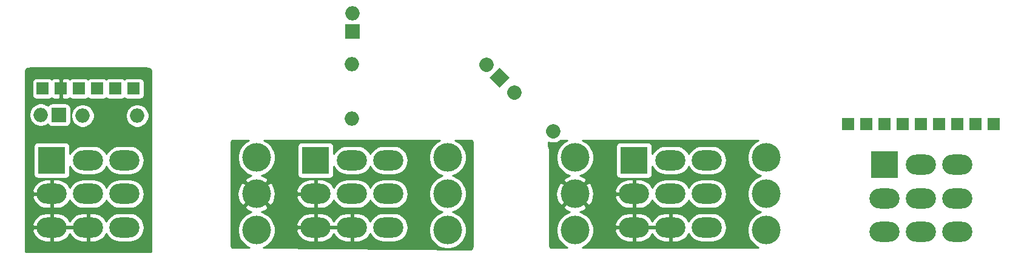
<source format=gbr>
G04 #@! TF.GenerationSoftware,KiCad,Pcbnew,(5.1.5-0-10_14)*
G04 #@! TF.CreationDate,2020-11-20T14:40:15+01:00*
G04 #@! TF.ProjectId,3pdt,33706474-2e6b-4696-9361-645f70636258,rev?*
G04 #@! TF.SameCoordinates,Original*
G04 #@! TF.FileFunction,Copper,L2,Bot*
G04 #@! TF.FilePolarity,Positive*
%FSLAX46Y46*%
G04 Gerber Fmt 4.6, Leading zero omitted, Abs format (unit mm)*
G04 Created by KiCad (PCBNEW (5.1.5-0-10_14)) date 2020-11-20 14:40:15*
%MOMM*%
%LPD*%
G04 APERTURE LIST*
%ADD10O,4.200000X2.800000*%
%ADD11R,3.816000X3.816000*%
%ADD12R,2.000000X2.000000*%
%ADD13O,2.000000X2.000000*%
%ADD14R,1.700000X1.700000*%
%ADD15C,4.000500*%
%ADD16C,0.100000*%
%ADD17C,2.000000*%
%ADD18C,0.254000*%
G04 APERTURE END LIST*
D10*
X235585000Y-68835000D03*
X235585000Y-64135000D03*
X235585000Y-59435000D03*
X230505000Y-68835000D03*
X230505000Y-64135000D03*
X230505000Y-59435000D03*
X225425000Y-68835000D03*
X225425000Y-64135000D03*
D11*
X225425000Y-59435000D03*
D10*
X200660000Y-68200000D03*
X200660000Y-63500000D03*
X200660000Y-58800000D03*
X195580000Y-68200000D03*
X195580000Y-63500000D03*
X195580000Y-58800000D03*
X190500000Y-68200000D03*
X190500000Y-63500000D03*
D11*
X190500000Y-58800000D03*
D10*
X119380000Y-68200000D03*
X119380000Y-63500000D03*
X119380000Y-58800000D03*
X114300000Y-68200000D03*
X114300000Y-63500000D03*
X114300000Y-58800000D03*
X109220000Y-68200000D03*
X109220000Y-63500000D03*
D11*
X109220000Y-58800000D03*
D10*
X156210000Y-68200000D03*
X156210000Y-63500000D03*
X156210000Y-58800000D03*
X151130000Y-68200000D03*
X151130000Y-63500000D03*
X151130000Y-58800000D03*
X146050000Y-68200000D03*
X146050000Y-63500000D03*
D11*
X146050000Y-58800000D03*
D12*
X110236000Y-52451000D03*
D13*
X107696000Y-52451000D03*
X113538000Y-52578000D03*
X121158000Y-52578000D03*
D14*
X107950000Y-48768000D03*
X120650000Y-48768000D03*
X110490000Y-48768000D03*
X113030000Y-48768000D03*
X115570000Y-48768000D03*
X118110000Y-48768000D03*
D12*
X151193500Y-40767000D03*
D13*
X151193500Y-38227000D03*
D15*
X137795000Y-68580000D03*
X164465000Y-68580000D03*
X137795000Y-63500000D03*
X137795000Y-58420000D03*
X164465000Y-63500000D03*
X164465000Y-58420000D03*
D13*
X151130000Y-45339000D03*
X151130000Y-52959000D03*
G04 #@! TA.AperFunction,ComponentPad*
D16*
G36*
X173127240Y-47253026D02*
G01*
X171713026Y-48667240D01*
X170298812Y-47253026D01*
X171713026Y-45838812D01*
X173127240Y-47253026D01*
G37*
G04 #@! TD.AperFunction*
D17*
X169916974Y-45456974D02*
X169916974Y-45456974D01*
D15*
X182245000Y-68580000D03*
X208915000Y-68580000D03*
X182245000Y-63500000D03*
X182245000Y-58420000D03*
X208915000Y-63500000D03*
X208915000Y-58420000D03*
D14*
X222885000Y-53721000D03*
X230505000Y-53721000D03*
X238125000Y-53721000D03*
X220345000Y-53721000D03*
X225425000Y-53721000D03*
X227965000Y-53721000D03*
X233045000Y-53721000D03*
X235585000Y-53721000D03*
X240665000Y-53721000D03*
D17*
X173835923Y-49375923D02*
X173835923Y-49375923D01*
X179224077Y-54764077D02*
X179224077Y-54764077D01*
D18*
G36*
X122579200Y-45923559D02*
G01*
X122740041Y-45972120D01*
X122888378Y-46050992D01*
X123018574Y-46157176D01*
X123063000Y-46210878D01*
X123063000Y-71628000D01*
X105537000Y-71628000D01*
X105537000Y-68643160D01*
X106533840Y-68643160D01*
X106591304Y-68861427D01*
X106757401Y-69224988D01*
X106991234Y-69549159D01*
X107283817Y-69821483D01*
X107623906Y-70031494D01*
X107998431Y-70171122D01*
X108393000Y-70235000D01*
X109093000Y-70235000D01*
X109093000Y-68327000D01*
X109347000Y-68327000D01*
X109347000Y-70235000D01*
X110047000Y-70235000D01*
X110441569Y-70171122D01*
X110816094Y-70031494D01*
X111156183Y-69821483D01*
X111448766Y-69549159D01*
X111682599Y-69224988D01*
X111760000Y-69055569D01*
X111837401Y-69224988D01*
X112071234Y-69549159D01*
X112363817Y-69821483D01*
X112703906Y-70031494D01*
X113078431Y-70171122D01*
X113473000Y-70235000D01*
X114173000Y-70235000D01*
X114173000Y-68327000D01*
X109347000Y-68327000D01*
X109093000Y-68327000D01*
X106648053Y-68327000D01*
X106533840Y-68643160D01*
X105537000Y-68643160D01*
X105537000Y-67756840D01*
X106533840Y-67756840D01*
X106648053Y-68073000D01*
X109093000Y-68073000D01*
X109093000Y-66165000D01*
X109347000Y-66165000D01*
X109347000Y-68073000D01*
X114173000Y-68073000D01*
X114173000Y-66165000D01*
X114427000Y-66165000D01*
X114427000Y-68073000D01*
X114447000Y-68073000D01*
X114447000Y-68327000D01*
X114427000Y-68327000D01*
X114427000Y-70235000D01*
X115127000Y-70235000D01*
X115521569Y-70171122D01*
X115896094Y-70031494D01*
X116236183Y-69821483D01*
X116528766Y-69549159D01*
X116762599Y-69224988D01*
X116835322Y-69065808D01*
X116979773Y-69336056D01*
X117234076Y-69645924D01*
X117543944Y-69900227D01*
X117897471Y-70089191D01*
X118281070Y-70205555D01*
X118580031Y-70235000D01*
X120179969Y-70235000D01*
X120478930Y-70205555D01*
X120862529Y-70089191D01*
X121216056Y-69900227D01*
X121525924Y-69645924D01*
X121780227Y-69336056D01*
X121969191Y-68982529D01*
X122085555Y-68598930D01*
X122124846Y-68200000D01*
X122085555Y-67801070D01*
X121969191Y-67417471D01*
X121780227Y-67063944D01*
X121525924Y-66754076D01*
X121216056Y-66499773D01*
X120862529Y-66310809D01*
X120478930Y-66194445D01*
X120179969Y-66165000D01*
X118580031Y-66165000D01*
X118281070Y-66194445D01*
X117897471Y-66310809D01*
X117543944Y-66499773D01*
X117234076Y-66754076D01*
X116979773Y-67063944D01*
X116835322Y-67334192D01*
X116762599Y-67175012D01*
X116528766Y-66850841D01*
X116236183Y-66578517D01*
X115896094Y-66368506D01*
X115521569Y-66228878D01*
X115127000Y-66165000D01*
X114427000Y-66165000D01*
X114173000Y-66165000D01*
X113473000Y-66165000D01*
X113078431Y-66228878D01*
X112703906Y-66368506D01*
X112363817Y-66578517D01*
X112071234Y-66850841D01*
X111837401Y-67175012D01*
X111760000Y-67344431D01*
X111682599Y-67175012D01*
X111448766Y-66850841D01*
X111156183Y-66578517D01*
X110816094Y-66368506D01*
X110441569Y-66228878D01*
X110047000Y-66165000D01*
X109347000Y-66165000D01*
X109093000Y-66165000D01*
X108393000Y-66165000D01*
X107998431Y-66228878D01*
X107623906Y-66368506D01*
X107283817Y-66578517D01*
X106991234Y-66850841D01*
X106757401Y-67175012D01*
X106591304Y-67538573D01*
X106533840Y-67756840D01*
X105537000Y-67756840D01*
X105537000Y-63943160D01*
X106533840Y-63943160D01*
X106591304Y-64161427D01*
X106757401Y-64524988D01*
X106991234Y-64849159D01*
X107283817Y-65121483D01*
X107623906Y-65331494D01*
X107998431Y-65471122D01*
X108393000Y-65535000D01*
X109093000Y-65535000D01*
X109093000Y-63627000D01*
X106648053Y-63627000D01*
X106533840Y-63943160D01*
X105537000Y-63943160D01*
X105537000Y-63056840D01*
X106533840Y-63056840D01*
X106648053Y-63373000D01*
X109093000Y-63373000D01*
X109093000Y-61465000D01*
X109347000Y-61465000D01*
X109347000Y-63373000D01*
X109367000Y-63373000D01*
X109367000Y-63627000D01*
X109347000Y-63627000D01*
X109347000Y-65535000D01*
X110047000Y-65535000D01*
X110441569Y-65471122D01*
X110816094Y-65331494D01*
X111156183Y-65121483D01*
X111448766Y-64849159D01*
X111682599Y-64524988D01*
X111755322Y-64365808D01*
X111899773Y-64636056D01*
X112154076Y-64945924D01*
X112463944Y-65200227D01*
X112817471Y-65389191D01*
X113201070Y-65505555D01*
X113500031Y-65535000D01*
X115099969Y-65535000D01*
X115398930Y-65505555D01*
X115782529Y-65389191D01*
X116136056Y-65200227D01*
X116445924Y-64945924D01*
X116700227Y-64636056D01*
X116840000Y-64374559D01*
X116979773Y-64636056D01*
X117234076Y-64945924D01*
X117543944Y-65200227D01*
X117897471Y-65389191D01*
X118281070Y-65505555D01*
X118580031Y-65535000D01*
X120179969Y-65535000D01*
X120478930Y-65505555D01*
X120862529Y-65389191D01*
X121216056Y-65200227D01*
X121525924Y-64945924D01*
X121780227Y-64636056D01*
X121969191Y-64282529D01*
X122085555Y-63898930D01*
X122124846Y-63500000D01*
X122085555Y-63101070D01*
X121969191Y-62717471D01*
X121780227Y-62363944D01*
X121525924Y-62054076D01*
X121216056Y-61799773D01*
X120862529Y-61610809D01*
X120478930Y-61494445D01*
X120179969Y-61465000D01*
X118580031Y-61465000D01*
X118281070Y-61494445D01*
X117897471Y-61610809D01*
X117543944Y-61799773D01*
X117234076Y-62054076D01*
X116979773Y-62363944D01*
X116840000Y-62625441D01*
X116700227Y-62363944D01*
X116445924Y-62054076D01*
X116136056Y-61799773D01*
X115782529Y-61610809D01*
X115398930Y-61494445D01*
X115099969Y-61465000D01*
X113500031Y-61465000D01*
X113201070Y-61494445D01*
X112817471Y-61610809D01*
X112463944Y-61799773D01*
X112154076Y-62054076D01*
X111899773Y-62363944D01*
X111755322Y-62634192D01*
X111682599Y-62475012D01*
X111448766Y-62150841D01*
X111156183Y-61878517D01*
X110816094Y-61668506D01*
X110441569Y-61528878D01*
X110047000Y-61465000D01*
X109347000Y-61465000D01*
X109093000Y-61465000D01*
X108393000Y-61465000D01*
X107998431Y-61528878D01*
X107623906Y-61668506D01*
X107283817Y-61878517D01*
X106991234Y-62150841D01*
X106757401Y-62475012D01*
X106591304Y-62838573D01*
X106533840Y-63056840D01*
X105537000Y-63056840D01*
X105537000Y-56892000D01*
X106673928Y-56892000D01*
X106673928Y-60708000D01*
X106686188Y-60832482D01*
X106722498Y-60952180D01*
X106781463Y-61062494D01*
X106860815Y-61159185D01*
X106957506Y-61238537D01*
X107067820Y-61297502D01*
X107187518Y-61333812D01*
X107312000Y-61346072D01*
X111128000Y-61346072D01*
X111252482Y-61333812D01*
X111372180Y-61297502D01*
X111482494Y-61238537D01*
X111579185Y-61159185D01*
X111658537Y-61062494D01*
X111717502Y-60952180D01*
X111753812Y-60832482D01*
X111766072Y-60708000D01*
X111766072Y-59685919D01*
X111899773Y-59936056D01*
X112154076Y-60245924D01*
X112463944Y-60500227D01*
X112817471Y-60689191D01*
X113201070Y-60805555D01*
X113500031Y-60835000D01*
X115099969Y-60835000D01*
X115398930Y-60805555D01*
X115782529Y-60689191D01*
X116136056Y-60500227D01*
X116445924Y-60245924D01*
X116700227Y-59936056D01*
X116840000Y-59674559D01*
X116979773Y-59936056D01*
X117234076Y-60245924D01*
X117543944Y-60500227D01*
X117897471Y-60689191D01*
X118281070Y-60805555D01*
X118580031Y-60835000D01*
X120179969Y-60835000D01*
X120478930Y-60805555D01*
X120862529Y-60689191D01*
X121216056Y-60500227D01*
X121525924Y-60245924D01*
X121780227Y-59936056D01*
X121969191Y-59582529D01*
X122085555Y-59198930D01*
X122124846Y-58800000D01*
X122085555Y-58401070D01*
X121969191Y-58017471D01*
X121780227Y-57663944D01*
X121525924Y-57354076D01*
X121216056Y-57099773D01*
X120862529Y-56910809D01*
X120478930Y-56794445D01*
X120179969Y-56765000D01*
X118580031Y-56765000D01*
X118281070Y-56794445D01*
X117897471Y-56910809D01*
X117543944Y-57099773D01*
X117234076Y-57354076D01*
X116979773Y-57663944D01*
X116840000Y-57925441D01*
X116700227Y-57663944D01*
X116445924Y-57354076D01*
X116136056Y-57099773D01*
X115782529Y-56910809D01*
X115398930Y-56794445D01*
X115099969Y-56765000D01*
X113500031Y-56765000D01*
X113201070Y-56794445D01*
X112817471Y-56910809D01*
X112463944Y-57099773D01*
X112154076Y-57354076D01*
X111899773Y-57663944D01*
X111766072Y-57914081D01*
X111766072Y-56892000D01*
X111753812Y-56767518D01*
X111717502Y-56647820D01*
X111658537Y-56537506D01*
X111579185Y-56440815D01*
X111482494Y-56361463D01*
X111372180Y-56302498D01*
X111252482Y-56266188D01*
X111128000Y-56253928D01*
X107312000Y-56253928D01*
X107187518Y-56266188D01*
X107067820Y-56302498D01*
X106957506Y-56361463D01*
X106860815Y-56440815D01*
X106781463Y-56537506D01*
X106722498Y-56647820D01*
X106686188Y-56767518D01*
X106673928Y-56892000D01*
X105537000Y-56892000D01*
X105537000Y-52289967D01*
X106061000Y-52289967D01*
X106061000Y-52612033D01*
X106123832Y-52927912D01*
X106247082Y-53225463D01*
X106426013Y-53493252D01*
X106653748Y-53720987D01*
X106921537Y-53899918D01*
X107219088Y-54023168D01*
X107534967Y-54086000D01*
X107857033Y-54086000D01*
X108172912Y-54023168D01*
X108470463Y-53899918D01*
X108680809Y-53759370D01*
X108705463Y-53805494D01*
X108784815Y-53902185D01*
X108881506Y-53981537D01*
X108991820Y-54040502D01*
X109111518Y-54076812D01*
X109236000Y-54089072D01*
X111236000Y-54089072D01*
X111360482Y-54076812D01*
X111480180Y-54040502D01*
X111590494Y-53981537D01*
X111687185Y-53902185D01*
X111766537Y-53805494D01*
X111825502Y-53695180D01*
X111861812Y-53575482D01*
X111874072Y-53451000D01*
X111874072Y-52416967D01*
X111903000Y-52416967D01*
X111903000Y-52739033D01*
X111965832Y-53054912D01*
X112089082Y-53352463D01*
X112268013Y-53620252D01*
X112495748Y-53847987D01*
X112763537Y-54026918D01*
X113061088Y-54150168D01*
X113376967Y-54213000D01*
X113699033Y-54213000D01*
X114014912Y-54150168D01*
X114312463Y-54026918D01*
X114580252Y-53847987D01*
X114807987Y-53620252D01*
X114986918Y-53352463D01*
X115110168Y-53054912D01*
X115173000Y-52739033D01*
X115173000Y-52416967D01*
X119523000Y-52416967D01*
X119523000Y-52739033D01*
X119585832Y-53054912D01*
X119709082Y-53352463D01*
X119888013Y-53620252D01*
X120115748Y-53847987D01*
X120383537Y-54026918D01*
X120681088Y-54150168D01*
X120996967Y-54213000D01*
X121319033Y-54213000D01*
X121634912Y-54150168D01*
X121932463Y-54026918D01*
X122200252Y-53847987D01*
X122427987Y-53620252D01*
X122606918Y-53352463D01*
X122730168Y-53054912D01*
X122793000Y-52739033D01*
X122793000Y-52416967D01*
X122730168Y-52101088D01*
X122606918Y-51803537D01*
X122427987Y-51535748D01*
X122200252Y-51308013D01*
X121932463Y-51129082D01*
X121634912Y-51005832D01*
X121319033Y-50943000D01*
X120996967Y-50943000D01*
X120681088Y-51005832D01*
X120383537Y-51129082D01*
X120115748Y-51308013D01*
X119888013Y-51535748D01*
X119709082Y-51803537D01*
X119585832Y-52101088D01*
X119523000Y-52416967D01*
X115173000Y-52416967D01*
X115110168Y-52101088D01*
X114986918Y-51803537D01*
X114807987Y-51535748D01*
X114580252Y-51308013D01*
X114312463Y-51129082D01*
X114014912Y-51005832D01*
X113699033Y-50943000D01*
X113376967Y-50943000D01*
X113061088Y-51005832D01*
X112763537Y-51129082D01*
X112495748Y-51308013D01*
X112268013Y-51535748D01*
X112089082Y-51803537D01*
X111965832Y-52101088D01*
X111903000Y-52416967D01*
X111874072Y-52416967D01*
X111874072Y-51451000D01*
X111861812Y-51326518D01*
X111825502Y-51206820D01*
X111766537Y-51096506D01*
X111687185Y-50999815D01*
X111590494Y-50920463D01*
X111480180Y-50861498D01*
X111360482Y-50825188D01*
X111236000Y-50812928D01*
X109236000Y-50812928D01*
X109111518Y-50825188D01*
X108991820Y-50861498D01*
X108881506Y-50920463D01*
X108784815Y-50999815D01*
X108705463Y-51096506D01*
X108680809Y-51142630D01*
X108470463Y-51002082D01*
X108172912Y-50878832D01*
X107857033Y-50816000D01*
X107534967Y-50816000D01*
X107219088Y-50878832D01*
X106921537Y-51002082D01*
X106653748Y-51181013D01*
X106426013Y-51408748D01*
X106247082Y-51676537D01*
X106123832Y-51974088D01*
X106061000Y-52289967D01*
X105537000Y-52289967D01*
X105537000Y-47918000D01*
X106461928Y-47918000D01*
X106461928Y-49618000D01*
X106474188Y-49742482D01*
X106510498Y-49862180D01*
X106569463Y-49972494D01*
X106648815Y-50069185D01*
X106745506Y-50148537D01*
X106855820Y-50207502D01*
X106975518Y-50243812D01*
X107100000Y-50256072D01*
X108800000Y-50256072D01*
X108924482Y-50243812D01*
X109044180Y-50207502D01*
X109154494Y-50148537D01*
X109220000Y-50094778D01*
X109285506Y-50148537D01*
X109395820Y-50207502D01*
X109515518Y-50243812D01*
X109640000Y-50256072D01*
X110204250Y-50253000D01*
X110363000Y-50094250D01*
X110363000Y-48895000D01*
X110343000Y-48895000D01*
X110343000Y-48641000D01*
X110363000Y-48641000D01*
X110363000Y-47441750D01*
X110617000Y-47441750D01*
X110617000Y-48641000D01*
X110637000Y-48641000D01*
X110637000Y-48895000D01*
X110617000Y-48895000D01*
X110617000Y-50094250D01*
X110775750Y-50253000D01*
X111340000Y-50256072D01*
X111464482Y-50243812D01*
X111584180Y-50207502D01*
X111694494Y-50148537D01*
X111760000Y-50094778D01*
X111825506Y-50148537D01*
X111935820Y-50207502D01*
X112055518Y-50243812D01*
X112180000Y-50256072D01*
X113880000Y-50256072D01*
X114004482Y-50243812D01*
X114124180Y-50207502D01*
X114234494Y-50148537D01*
X114300000Y-50094778D01*
X114365506Y-50148537D01*
X114475820Y-50207502D01*
X114595518Y-50243812D01*
X114720000Y-50256072D01*
X116420000Y-50256072D01*
X116544482Y-50243812D01*
X116664180Y-50207502D01*
X116774494Y-50148537D01*
X116840000Y-50094778D01*
X116905506Y-50148537D01*
X117015820Y-50207502D01*
X117135518Y-50243812D01*
X117260000Y-50256072D01*
X118960000Y-50256072D01*
X119084482Y-50243812D01*
X119204180Y-50207502D01*
X119314494Y-50148537D01*
X119380000Y-50094778D01*
X119445506Y-50148537D01*
X119555820Y-50207502D01*
X119675518Y-50243812D01*
X119800000Y-50256072D01*
X121500000Y-50256072D01*
X121624482Y-50243812D01*
X121744180Y-50207502D01*
X121854494Y-50148537D01*
X121951185Y-50069185D01*
X122030537Y-49972494D01*
X122089502Y-49862180D01*
X122125812Y-49742482D01*
X122138072Y-49618000D01*
X122138072Y-47918000D01*
X122125812Y-47793518D01*
X122089502Y-47673820D01*
X122030537Y-47563506D01*
X121951185Y-47466815D01*
X121854494Y-47387463D01*
X121744180Y-47328498D01*
X121624482Y-47292188D01*
X121500000Y-47279928D01*
X119800000Y-47279928D01*
X119675518Y-47292188D01*
X119555820Y-47328498D01*
X119445506Y-47387463D01*
X119380000Y-47441222D01*
X119314494Y-47387463D01*
X119204180Y-47328498D01*
X119084482Y-47292188D01*
X118960000Y-47279928D01*
X117260000Y-47279928D01*
X117135518Y-47292188D01*
X117015820Y-47328498D01*
X116905506Y-47387463D01*
X116840000Y-47441222D01*
X116774494Y-47387463D01*
X116664180Y-47328498D01*
X116544482Y-47292188D01*
X116420000Y-47279928D01*
X114720000Y-47279928D01*
X114595518Y-47292188D01*
X114475820Y-47328498D01*
X114365506Y-47387463D01*
X114300000Y-47441222D01*
X114234494Y-47387463D01*
X114124180Y-47328498D01*
X114004482Y-47292188D01*
X113880000Y-47279928D01*
X112180000Y-47279928D01*
X112055518Y-47292188D01*
X111935820Y-47328498D01*
X111825506Y-47387463D01*
X111760000Y-47441222D01*
X111694494Y-47387463D01*
X111584180Y-47328498D01*
X111464482Y-47292188D01*
X111340000Y-47279928D01*
X110775750Y-47283000D01*
X110617000Y-47441750D01*
X110363000Y-47441750D01*
X110204250Y-47283000D01*
X109640000Y-47279928D01*
X109515518Y-47292188D01*
X109395820Y-47328498D01*
X109285506Y-47387463D01*
X109220000Y-47441222D01*
X109154494Y-47387463D01*
X109044180Y-47328498D01*
X108924482Y-47292188D01*
X108800000Y-47279928D01*
X107100000Y-47279928D01*
X106975518Y-47292188D01*
X106855820Y-47328498D01*
X106745506Y-47387463D01*
X106648815Y-47466815D01*
X106569463Y-47563506D01*
X106510498Y-47673820D01*
X106474188Y-47793518D01*
X106461928Y-47918000D01*
X105537000Y-47918000D01*
X105537000Y-46210687D01*
X105577176Y-46161426D01*
X105706626Y-46054336D01*
X105854414Y-45974428D01*
X106014902Y-45924748D01*
X106212306Y-45904000D01*
X122379723Y-45904000D01*
X122579200Y-45923559D01*
G37*
X122579200Y-45923559D02*
X122740041Y-45972120D01*
X122888378Y-46050992D01*
X123018574Y-46157176D01*
X123063000Y-46210878D01*
X123063000Y-71628000D01*
X105537000Y-71628000D01*
X105537000Y-68643160D01*
X106533840Y-68643160D01*
X106591304Y-68861427D01*
X106757401Y-69224988D01*
X106991234Y-69549159D01*
X107283817Y-69821483D01*
X107623906Y-70031494D01*
X107998431Y-70171122D01*
X108393000Y-70235000D01*
X109093000Y-70235000D01*
X109093000Y-68327000D01*
X109347000Y-68327000D01*
X109347000Y-70235000D01*
X110047000Y-70235000D01*
X110441569Y-70171122D01*
X110816094Y-70031494D01*
X111156183Y-69821483D01*
X111448766Y-69549159D01*
X111682599Y-69224988D01*
X111760000Y-69055569D01*
X111837401Y-69224988D01*
X112071234Y-69549159D01*
X112363817Y-69821483D01*
X112703906Y-70031494D01*
X113078431Y-70171122D01*
X113473000Y-70235000D01*
X114173000Y-70235000D01*
X114173000Y-68327000D01*
X109347000Y-68327000D01*
X109093000Y-68327000D01*
X106648053Y-68327000D01*
X106533840Y-68643160D01*
X105537000Y-68643160D01*
X105537000Y-67756840D01*
X106533840Y-67756840D01*
X106648053Y-68073000D01*
X109093000Y-68073000D01*
X109093000Y-66165000D01*
X109347000Y-66165000D01*
X109347000Y-68073000D01*
X114173000Y-68073000D01*
X114173000Y-66165000D01*
X114427000Y-66165000D01*
X114427000Y-68073000D01*
X114447000Y-68073000D01*
X114447000Y-68327000D01*
X114427000Y-68327000D01*
X114427000Y-70235000D01*
X115127000Y-70235000D01*
X115521569Y-70171122D01*
X115896094Y-70031494D01*
X116236183Y-69821483D01*
X116528766Y-69549159D01*
X116762599Y-69224988D01*
X116835322Y-69065808D01*
X116979773Y-69336056D01*
X117234076Y-69645924D01*
X117543944Y-69900227D01*
X117897471Y-70089191D01*
X118281070Y-70205555D01*
X118580031Y-70235000D01*
X120179969Y-70235000D01*
X120478930Y-70205555D01*
X120862529Y-70089191D01*
X121216056Y-69900227D01*
X121525924Y-69645924D01*
X121780227Y-69336056D01*
X121969191Y-68982529D01*
X122085555Y-68598930D01*
X122124846Y-68200000D01*
X122085555Y-67801070D01*
X121969191Y-67417471D01*
X121780227Y-67063944D01*
X121525924Y-66754076D01*
X121216056Y-66499773D01*
X120862529Y-66310809D01*
X120478930Y-66194445D01*
X120179969Y-66165000D01*
X118580031Y-66165000D01*
X118281070Y-66194445D01*
X117897471Y-66310809D01*
X117543944Y-66499773D01*
X117234076Y-66754076D01*
X116979773Y-67063944D01*
X116835322Y-67334192D01*
X116762599Y-67175012D01*
X116528766Y-66850841D01*
X116236183Y-66578517D01*
X115896094Y-66368506D01*
X115521569Y-66228878D01*
X115127000Y-66165000D01*
X114427000Y-66165000D01*
X114173000Y-66165000D01*
X113473000Y-66165000D01*
X113078431Y-66228878D01*
X112703906Y-66368506D01*
X112363817Y-66578517D01*
X112071234Y-66850841D01*
X111837401Y-67175012D01*
X111760000Y-67344431D01*
X111682599Y-67175012D01*
X111448766Y-66850841D01*
X111156183Y-66578517D01*
X110816094Y-66368506D01*
X110441569Y-66228878D01*
X110047000Y-66165000D01*
X109347000Y-66165000D01*
X109093000Y-66165000D01*
X108393000Y-66165000D01*
X107998431Y-66228878D01*
X107623906Y-66368506D01*
X107283817Y-66578517D01*
X106991234Y-66850841D01*
X106757401Y-67175012D01*
X106591304Y-67538573D01*
X106533840Y-67756840D01*
X105537000Y-67756840D01*
X105537000Y-63943160D01*
X106533840Y-63943160D01*
X106591304Y-64161427D01*
X106757401Y-64524988D01*
X106991234Y-64849159D01*
X107283817Y-65121483D01*
X107623906Y-65331494D01*
X107998431Y-65471122D01*
X108393000Y-65535000D01*
X109093000Y-65535000D01*
X109093000Y-63627000D01*
X106648053Y-63627000D01*
X106533840Y-63943160D01*
X105537000Y-63943160D01*
X105537000Y-63056840D01*
X106533840Y-63056840D01*
X106648053Y-63373000D01*
X109093000Y-63373000D01*
X109093000Y-61465000D01*
X109347000Y-61465000D01*
X109347000Y-63373000D01*
X109367000Y-63373000D01*
X109367000Y-63627000D01*
X109347000Y-63627000D01*
X109347000Y-65535000D01*
X110047000Y-65535000D01*
X110441569Y-65471122D01*
X110816094Y-65331494D01*
X111156183Y-65121483D01*
X111448766Y-64849159D01*
X111682599Y-64524988D01*
X111755322Y-64365808D01*
X111899773Y-64636056D01*
X112154076Y-64945924D01*
X112463944Y-65200227D01*
X112817471Y-65389191D01*
X113201070Y-65505555D01*
X113500031Y-65535000D01*
X115099969Y-65535000D01*
X115398930Y-65505555D01*
X115782529Y-65389191D01*
X116136056Y-65200227D01*
X116445924Y-64945924D01*
X116700227Y-64636056D01*
X116840000Y-64374559D01*
X116979773Y-64636056D01*
X117234076Y-64945924D01*
X117543944Y-65200227D01*
X117897471Y-65389191D01*
X118281070Y-65505555D01*
X118580031Y-65535000D01*
X120179969Y-65535000D01*
X120478930Y-65505555D01*
X120862529Y-65389191D01*
X121216056Y-65200227D01*
X121525924Y-64945924D01*
X121780227Y-64636056D01*
X121969191Y-64282529D01*
X122085555Y-63898930D01*
X122124846Y-63500000D01*
X122085555Y-63101070D01*
X121969191Y-62717471D01*
X121780227Y-62363944D01*
X121525924Y-62054076D01*
X121216056Y-61799773D01*
X120862529Y-61610809D01*
X120478930Y-61494445D01*
X120179969Y-61465000D01*
X118580031Y-61465000D01*
X118281070Y-61494445D01*
X117897471Y-61610809D01*
X117543944Y-61799773D01*
X117234076Y-62054076D01*
X116979773Y-62363944D01*
X116840000Y-62625441D01*
X116700227Y-62363944D01*
X116445924Y-62054076D01*
X116136056Y-61799773D01*
X115782529Y-61610809D01*
X115398930Y-61494445D01*
X115099969Y-61465000D01*
X113500031Y-61465000D01*
X113201070Y-61494445D01*
X112817471Y-61610809D01*
X112463944Y-61799773D01*
X112154076Y-62054076D01*
X111899773Y-62363944D01*
X111755322Y-62634192D01*
X111682599Y-62475012D01*
X111448766Y-62150841D01*
X111156183Y-61878517D01*
X110816094Y-61668506D01*
X110441569Y-61528878D01*
X110047000Y-61465000D01*
X109347000Y-61465000D01*
X109093000Y-61465000D01*
X108393000Y-61465000D01*
X107998431Y-61528878D01*
X107623906Y-61668506D01*
X107283817Y-61878517D01*
X106991234Y-62150841D01*
X106757401Y-62475012D01*
X106591304Y-62838573D01*
X106533840Y-63056840D01*
X105537000Y-63056840D01*
X105537000Y-56892000D01*
X106673928Y-56892000D01*
X106673928Y-60708000D01*
X106686188Y-60832482D01*
X106722498Y-60952180D01*
X106781463Y-61062494D01*
X106860815Y-61159185D01*
X106957506Y-61238537D01*
X107067820Y-61297502D01*
X107187518Y-61333812D01*
X107312000Y-61346072D01*
X111128000Y-61346072D01*
X111252482Y-61333812D01*
X111372180Y-61297502D01*
X111482494Y-61238537D01*
X111579185Y-61159185D01*
X111658537Y-61062494D01*
X111717502Y-60952180D01*
X111753812Y-60832482D01*
X111766072Y-60708000D01*
X111766072Y-59685919D01*
X111899773Y-59936056D01*
X112154076Y-60245924D01*
X112463944Y-60500227D01*
X112817471Y-60689191D01*
X113201070Y-60805555D01*
X113500031Y-60835000D01*
X115099969Y-60835000D01*
X115398930Y-60805555D01*
X115782529Y-60689191D01*
X116136056Y-60500227D01*
X116445924Y-60245924D01*
X116700227Y-59936056D01*
X116840000Y-59674559D01*
X116979773Y-59936056D01*
X117234076Y-60245924D01*
X117543944Y-60500227D01*
X117897471Y-60689191D01*
X118281070Y-60805555D01*
X118580031Y-60835000D01*
X120179969Y-60835000D01*
X120478930Y-60805555D01*
X120862529Y-60689191D01*
X121216056Y-60500227D01*
X121525924Y-60245924D01*
X121780227Y-59936056D01*
X121969191Y-59582529D01*
X122085555Y-59198930D01*
X122124846Y-58800000D01*
X122085555Y-58401070D01*
X121969191Y-58017471D01*
X121780227Y-57663944D01*
X121525924Y-57354076D01*
X121216056Y-57099773D01*
X120862529Y-56910809D01*
X120478930Y-56794445D01*
X120179969Y-56765000D01*
X118580031Y-56765000D01*
X118281070Y-56794445D01*
X117897471Y-56910809D01*
X117543944Y-57099773D01*
X117234076Y-57354076D01*
X116979773Y-57663944D01*
X116840000Y-57925441D01*
X116700227Y-57663944D01*
X116445924Y-57354076D01*
X116136056Y-57099773D01*
X115782529Y-56910809D01*
X115398930Y-56794445D01*
X115099969Y-56765000D01*
X113500031Y-56765000D01*
X113201070Y-56794445D01*
X112817471Y-56910809D01*
X112463944Y-57099773D01*
X112154076Y-57354076D01*
X111899773Y-57663944D01*
X111766072Y-57914081D01*
X111766072Y-56892000D01*
X111753812Y-56767518D01*
X111717502Y-56647820D01*
X111658537Y-56537506D01*
X111579185Y-56440815D01*
X111482494Y-56361463D01*
X111372180Y-56302498D01*
X111252482Y-56266188D01*
X111128000Y-56253928D01*
X107312000Y-56253928D01*
X107187518Y-56266188D01*
X107067820Y-56302498D01*
X106957506Y-56361463D01*
X106860815Y-56440815D01*
X106781463Y-56537506D01*
X106722498Y-56647820D01*
X106686188Y-56767518D01*
X106673928Y-56892000D01*
X105537000Y-56892000D01*
X105537000Y-52289967D01*
X106061000Y-52289967D01*
X106061000Y-52612033D01*
X106123832Y-52927912D01*
X106247082Y-53225463D01*
X106426013Y-53493252D01*
X106653748Y-53720987D01*
X106921537Y-53899918D01*
X107219088Y-54023168D01*
X107534967Y-54086000D01*
X107857033Y-54086000D01*
X108172912Y-54023168D01*
X108470463Y-53899918D01*
X108680809Y-53759370D01*
X108705463Y-53805494D01*
X108784815Y-53902185D01*
X108881506Y-53981537D01*
X108991820Y-54040502D01*
X109111518Y-54076812D01*
X109236000Y-54089072D01*
X111236000Y-54089072D01*
X111360482Y-54076812D01*
X111480180Y-54040502D01*
X111590494Y-53981537D01*
X111687185Y-53902185D01*
X111766537Y-53805494D01*
X111825502Y-53695180D01*
X111861812Y-53575482D01*
X111874072Y-53451000D01*
X111874072Y-52416967D01*
X111903000Y-52416967D01*
X111903000Y-52739033D01*
X111965832Y-53054912D01*
X112089082Y-53352463D01*
X112268013Y-53620252D01*
X112495748Y-53847987D01*
X112763537Y-54026918D01*
X113061088Y-54150168D01*
X113376967Y-54213000D01*
X113699033Y-54213000D01*
X114014912Y-54150168D01*
X114312463Y-54026918D01*
X114580252Y-53847987D01*
X114807987Y-53620252D01*
X114986918Y-53352463D01*
X115110168Y-53054912D01*
X115173000Y-52739033D01*
X115173000Y-52416967D01*
X119523000Y-52416967D01*
X119523000Y-52739033D01*
X119585832Y-53054912D01*
X119709082Y-53352463D01*
X119888013Y-53620252D01*
X120115748Y-53847987D01*
X120383537Y-54026918D01*
X120681088Y-54150168D01*
X120996967Y-54213000D01*
X121319033Y-54213000D01*
X121634912Y-54150168D01*
X121932463Y-54026918D01*
X122200252Y-53847987D01*
X122427987Y-53620252D01*
X122606918Y-53352463D01*
X122730168Y-53054912D01*
X122793000Y-52739033D01*
X122793000Y-52416967D01*
X122730168Y-52101088D01*
X122606918Y-51803537D01*
X122427987Y-51535748D01*
X122200252Y-51308013D01*
X121932463Y-51129082D01*
X121634912Y-51005832D01*
X121319033Y-50943000D01*
X120996967Y-50943000D01*
X120681088Y-51005832D01*
X120383537Y-51129082D01*
X120115748Y-51308013D01*
X119888013Y-51535748D01*
X119709082Y-51803537D01*
X119585832Y-52101088D01*
X119523000Y-52416967D01*
X115173000Y-52416967D01*
X115110168Y-52101088D01*
X114986918Y-51803537D01*
X114807987Y-51535748D01*
X114580252Y-51308013D01*
X114312463Y-51129082D01*
X114014912Y-51005832D01*
X113699033Y-50943000D01*
X113376967Y-50943000D01*
X113061088Y-51005832D01*
X112763537Y-51129082D01*
X112495748Y-51308013D01*
X112268013Y-51535748D01*
X112089082Y-51803537D01*
X111965832Y-52101088D01*
X111903000Y-52416967D01*
X111874072Y-52416967D01*
X111874072Y-51451000D01*
X111861812Y-51326518D01*
X111825502Y-51206820D01*
X111766537Y-51096506D01*
X111687185Y-50999815D01*
X111590494Y-50920463D01*
X111480180Y-50861498D01*
X111360482Y-50825188D01*
X111236000Y-50812928D01*
X109236000Y-50812928D01*
X109111518Y-50825188D01*
X108991820Y-50861498D01*
X108881506Y-50920463D01*
X108784815Y-50999815D01*
X108705463Y-51096506D01*
X108680809Y-51142630D01*
X108470463Y-51002082D01*
X108172912Y-50878832D01*
X107857033Y-50816000D01*
X107534967Y-50816000D01*
X107219088Y-50878832D01*
X106921537Y-51002082D01*
X106653748Y-51181013D01*
X106426013Y-51408748D01*
X106247082Y-51676537D01*
X106123832Y-51974088D01*
X106061000Y-52289967D01*
X105537000Y-52289967D01*
X105537000Y-47918000D01*
X106461928Y-47918000D01*
X106461928Y-49618000D01*
X106474188Y-49742482D01*
X106510498Y-49862180D01*
X106569463Y-49972494D01*
X106648815Y-50069185D01*
X106745506Y-50148537D01*
X106855820Y-50207502D01*
X106975518Y-50243812D01*
X107100000Y-50256072D01*
X108800000Y-50256072D01*
X108924482Y-50243812D01*
X109044180Y-50207502D01*
X109154494Y-50148537D01*
X109220000Y-50094778D01*
X109285506Y-50148537D01*
X109395820Y-50207502D01*
X109515518Y-50243812D01*
X109640000Y-50256072D01*
X110204250Y-50253000D01*
X110363000Y-50094250D01*
X110363000Y-48895000D01*
X110343000Y-48895000D01*
X110343000Y-48641000D01*
X110363000Y-48641000D01*
X110363000Y-47441750D01*
X110617000Y-47441750D01*
X110617000Y-48641000D01*
X110637000Y-48641000D01*
X110637000Y-48895000D01*
X110617000Y-48895000D01*
X110617000Y-50094250D01*
X110775750Y-50253000D01*
X111340000Y-50256072D01*
X111464482Y-50243812D01*
X111584180Y-50207502D01*
X111694494Y-50148537D01*
X111760000Y-50094778D01*
X111825506Y-50148537D01*
X111935820Y-50207502D01*
X112055518Y-50243812D01*
X112180000Y-50256072D01*
X113880000Y-50256072D01*
X114004482Y-50243812D01*
X114124180Y-50207502D01*
X114234494Y-50148537D01*
X114300000Y-50094778D01*
X114365506Y-50148537D01*
X114475820Y-50207502D01*
X114595518Y-50243812D01*
X114720000Y-50256072D01*
X116420000Y-50256072D01*
X116544482Y-50243812D01*
X116664180Y-50207502D01*
X116774494Y-50148537D01*
X116840000Y-50094778D01*
X116905506Y-50148537D01*
X117015820Y-50207502D01*
X117135518Y-50243812D01*
X117260000Y-50256072D01*
X118960000Y-50256072D01*
X119084482Y-50243812D01*
X119204180Y-50207502D01*
X119314494Y-50148537D01*
X119380000Y-50094778D01*
X119445506Y-50148537D01*
X119555820Y-50207502D01*
X119675518Y-50243812D01*
X119800000Y-50256072D01*
X121500000Y-50256072D01*
X121624482Y-50243812D01*
X121744180Y-50207502D01*
X121854494Y-50148537D01*
X121951185Y-50069185D01*
X122030537Y-49972494D01*
X122089502Y-49862180D01*
X122125812Y-49742482D01*
X122138072Y-49618000D01*
X122138072Y-47918000D01*
X122125812Y-47793518D01*
X122089502Y-47673820D01*
X122030537Y-47563506D01*
X121951185Y-47466815D01*
X121854494Y-47387463D01*
X121744180Y-47328498D01*
X121624482Y-47292188D01*
X121500000Y-47279928D01*
X119800000Y-47279928D01*
X119675518Y-47292188D01*
X119555820Y-47328498D01*
X119445506Y-47387463D01*
X119380000Y-47441222D01*
X119314494Y-47387463D01*
X119204180Y-47328498D01*
X119084482Y-47292188D01*
X118960000Y-47279928D01*
X117260000Y-47279928D01*
X117135518Y-47292188D01*
X117015820Y-47328498D01*
X116905506Y-47387463D01*
X116840000Y-47441222D01*
X116774494Y-47387463D01*
X116664180Y-47328498D01*
X116544482Y-47292188D01*
X116420000Y-47279928D01*
X114720000Y-47279928D01*
X114595518Y-47292188D01*
X114475820Y-47328498D01*
X114365506Y-47387463D01*
X114300000Y-47441222D01*
X114234494Y-47387463D01*
X114124180Y-47328498D01*
X114004482Y-47292188D01*
X113880000Y-47279928D01*
X112180000Y-47279928D01*
X112055518Y-47292188D01*
X111935820Y-47328498D01*
X111825506Y-47387463D01*
X111760000Y-47441222D01*
X111694494Y-47387463D01*
X111584180Y-47328498D01*
X111464482Y-47292188D01*
X111340000Y-47279928D01*
X110775750Y-47283000D01*
X110617000Y-47441750D01*
X110363000Y-47441750D01*
X110204250Y-47283000D01*
X109640000Y-47279928D01*
X109515518Y-47292188D01*
X109395820Y-47328498D01*
X109285506Y-47387463D01*
X109220000Y-47441222D01*
X109154494Y-47387463D01*
X109044180Y-47328498D01*
X108924482Y-47292188D01*
X108800000Y-47279928D01*
X107100000Y-47279928D01*
X106975518Y-47292188D01*
X106855820Y-47328498D01*
X106745506Y-47387463D01*
X106648815Y-47466815D01*
X106569463Y-47563506D01*
X106510498Y-47673820D01*
X106474188Y-47793518D01*
X106461928Y-47918000D01*
X105537000Y-47918000D01*
X105537000Y-46210687D01*
X105577176Y-46161426D01*
X105706626Y-46054336D01*
X105854414Y-45974428D01*
X106014902Y-45924748D01*
X106212306Y-45904000D01*
X122379723Y-45904000D01*
X122579200Y-45923559D01*
G36*
X136546741Y-56084672D02*
G01*
X136115126Y-56373068D01*
X135748068Y-56740126D01*
X135459672Y-57171741D01*
X135261021Y-57651326D01*
X135159750Y-58160451D01*
X135159750Y-58679549D01*
X135261021Y-59188674D01*
X135459672Y-59668259D01*
X135748068Y-60099874D01*
X136115126Y-60466932D01*
X136546741Y-60755328D01*
X137026326Y-60953979D01*
X137075752Y-60963810D01*
X136760386Y-61062483D01*
X136343080Y-61285539D01*
X136126929Y-61652324D01*
X137795000Y-63320395D01*
X139463071Y-61652324D01*
X139246920Y-61285539D01*
X138787002Y-61044833D01*
X138512481Y-60964162D01*
X138563674Y-60953979D01*
X139043259Y-60755328D01*
X139474874Y-60466932D01*
X139841932Y-60099874D01*
X140130328Y-59668259D01*
X140328979Y-59188674D01*
X140430250Y-58679549D01*
X140430250Y-58160451D01*
X140328979Y-57651326D01*
X140130328Y-57171741D01*
X139943411Y-56892000D01*
X143503928Y-56892000D01*
X143503928Y-60708000D01*
X143516188Y-60832482D01*
X143552498Y-60952180D01*
X143611463Y-61062494D01*
X143690815Y-61159185D01*
X143787506Y-61238537D01*
X143897820Y-61297502D01*
X144017518Y-61333812D01*
X144142000Y-61346072D01*
X147958000Y-61346072D01*
X148082482Y-61333812D01*
X148202180Y-61297502D01*
X148312494Y-61238537D01*
X148409185Y-61159185D01*
X148488537Y-61062494D01*
X148547502Y-60952180D01*
X148583812Y-60832482D01*
X148596072Y-60708000D01*
X148596072Y-59685919D01*
X148729773Y-59936056D01*
X148984076Y-60245924D01*
X149293944Y-60500227D01*
X149647471Y-60689191D01*
X150031070Y-60805555D01*
X150330031Y-60835000D01*
X151929969Y-60835000D01*
X152228930Y-60805555D01*
X152612529Y-60689191D01*
X152966056Y-60500227D01*
X153275924Y-60245924D01*
X153530227Y-59936056D01*
X153670000Y-59674559D01*
X153809773Y-59936056D01*
X154064076Y-60245924D01*
X154373944Y-60500227D01*
X154727471Y-60689191D01*
X155111070Y-60805555D01*
X155410031Y-60835000D01*
X157009969Y-60835000D01*
X157308930Y-60805555D01*
X157692529Y-60689191D01*
X158046056Y-60500227D01*
X158355924Y-60245924D01*
X158610227Y-59936056D01*
X158799191Y-59582529D01*
X158915555Y-59198930D01*
X158954846Y-58800000D01*
X158915555Y-58401070D01*
X158799191Y-58017471D01*
X158610227Y-57663944D01*
X158355924Y-57354076D01*
X158046056Y-57099773D01*
X157692529Y-56910809D01*
X157308930Y-56794445D01*
X157009969Y-56765000D01*
X155410031Y-56765000D01*
X155111070Y-56794445D01*
X154727471Y-56910809D01*
X154373944Y-57099773D01*
X154064076Y-57354076D01*
X153809773Y-57663944D01*
X153670000Y-57925441D01*
X153530227Y-57663944D01*
X153275924Y-57354076D01*
X152966056Y-57099773D01*
X152612529Y-56910809D01*
X152228930Y-56794445D01*
X151929969Y-56765000D01*
X150330031Y-56765000D01*
X150031070Y-56794445D01*
X149647471Y-56910809D01*
X149293944Y-57099773D01*
X148984076Y-57354076D01*
X148729773Y-57663944D01*
X148596072Y-57914081D01*
X148596072Y-56892000D01*
X148583812Y-56767518D01*
X148547502Y-56647820D01*
X148488537Y-56537506D01*
X148409185Y-56440815D01*
X148312494Y-56361463D01*
X148202180Y-56302498D01*
X148082482Y-56266188D01*
X147958000Y-56253928D01*
X144142000Y-56253928D01*
X144017518Y-56266188D01*
X143897820Y-56302498D01*
X143787506Y-56361463D01*
X143690815Y-56440815D01*
X143611463Y-56537506D01*
X143552498Y-56647820D01*
X143516188Y-56767518D01*
X143503928Y-56892000D01*
X139943411Y-56892000D01*
X139841932Y-56740126D01*
X139474874Y-56373068D01*
X139043259Y-56084672D01*
X138855743Y-56007000D01*
X163404257Y-56007000D01*
X163216741Y-56084672D01*
X162785126Y-56373068D01*
X162418068Y-56740126D01*
X162129672Y-57171741D01*
X161931021Y-57651326D01*
X161829750Y-58160451D01*
X161829750Y-58679549D01*
X161931021Y-59188674D01*
X162129672Y-59668259D01*
X162418068Y-60099874D01*
X162785126Y-60466932D01*
X163216741Y-60755328D01*
X163696326Y-60953979D01*
X163726596Y-60960000D01*
X163696326Y-60966021D01*
X163216741Y-61164672D01*
X162785126Y-61453068D01*
X162418068Y-61820126D01*
X162129672Y-62251741D01*
X161931021Y-62731326D01*
X161829750Y-63240451D01*
X161829750Y-63759549D01*
X161931021Y-64268674D01*
X162129672Y-64748259D01*
X162418068Y-65179874D01*
X162785126Y-65546932D01*
X163216741Y-65835328D01*
X163696326Y-66033979D01*
X163726596Y-66040000D01*
X163696326Y-66046021D01*
X163216741Y-66244672D01*
X162785126Y-66533068D01*
X162418068Y-66900126D01*
X162129672Y-67331741D01*
X161931021Y-67811326D01*
X161829750Y-68320451D01*
X161829750Y-68839549D01*
X161931021Y-69348674D01*
X162129672Y-69828259D01*
X162418068Y-70259874D01*
X162785126Y-70626932D01*
X163216741Y-70915328D01*
X163696326Y-71113979D01*
X164205451Y-71215250D01*
X164724549Y-71215250D01*
X165233674Y-71113979D01*
X165713259Y-70915328D01*
X166144874Y-70626932D01*
X166511932Y-70259874D01*
X166800328Y-69828259D01*
X166998979Y-69348674D01*
X167100250Y-68839549D01*
X167100250Y-68320451D01*
X166998979Y-67811326D01*
X166800328Y-67331741D01*
X166511932Y-66900126D01*
X166144874Y-66533068D01*
X165713259Y-66244672D01*
X165233674Y-66046021D01*
X165203404Y-66040000D01*
X165233674Y-66033979D01*
X165713259Y-65835328D01*
X166144874Y-65546932D01*
X166511932Y-65179874D01*
X166800328Y-64748259D01*
X166998979Y-64268674D01*
X167100250Y-63759549D01*
X167100250Y-63240451D01*
X166998979Y-62731326D01*
X166800328Y-62251741D01*
X166511932Y-61820126D01*
X166144874Y-61453068D01*
X165713259Y-61164672D01*
X165233674Y-60966021D01*
X165203404Y-60960000D01*
X165233674Y-60953979D01*
X165713259Y-60755328D01*
X166144874Y-60466932D01*
X166511932Y-60099874D01*
X166800328Y-59668259D01*
X166998979Y-59188674D01*
X167100250Y-58679549D01*
X167100250Y-58160451D01*
X166998979Y-57651326D01*
X166800328Y-57171741D01*
X166511932Y-56740126D01*
X166144874Y-56373068D01*
X165713259Y-56084672D01*
X165525743Y-56007000D01*
X167874756Y-56007000D01*
X167954502Y-56264614D01*
X167996001Y-56659452D01*
X167996000Y-70325721D01*
X167957091Y-70722545D01*
X167851220Y-71073206D01*
X167761320Y-71242285D01*
X138768582Y-71029103D01*
X139043259Y-70915328D01*
X139474874Y-70626932D01*
X139841932Y-70259874D01*
X140130328Y-69828259D01*
X140328979Y-69348674D01*
X140430250Y-68839549D01*
X140430250Y-68643160D01*
X143363840Y-68643160D01*
X143421304Y-68861427D01*
X143587401Y-69224988D01*
X143821234Y-69549159D01*
X144113817Y-69821483D01*
X144453906Y-70031494D01*
X144828431Y-70171122D01*
X145223000Y-70235000D01*
X145923000Y-70235000D01*
X145923000Y-68327000D01*
X146177000Y-68327000D01*
X146177000Y-70235000D01*
X146877000Y-70235000D01*
X147271569Y-70171122D01*
X147646094Y-70031494D01*
X147986183Y-69821483D01*
X148278766Y-69549159D01*
X148512599Y-69224988D01*
X148590000Y-69055569D01*
X148667401Y-69224988D01*
X148901234Y-69549159D01*
X149193817Y-69821483D01*
X149533906Y-70031494D01*
X149908431Y-70171122D01*
X150303000Y-70235000D01*
X151003000Y-70235000D01*
X151003000Y-68327000D01*
X146177000Y-68327000D01*
X145923000Y-68327000D01*
X143478053Y-68327000D01*
X143363840Y-68643160D01*
X140430250Y-68643160D01*
X140430250Y-68320451D01*
X140328979Y-67811326D01*
X140306411Y-67756840D01*
X143363840Y-67756840D01*
X143478053Y-68073000D01*
X145923000Y-68073000D01*
X145923000Y-66165000D01*
X146177000Y-66165000D01*
X146177000Y-68073000D01*
X151003000Y-68073000D01*
X151003000Y-66165000D01*
X151257000Y-66165000D01*
X151257000Y-68073000D01*
X151277000Y-68073000D01*
X151277000Y-68327000D01*
X151257000Y-68327000D01*
X151257000Y-70235000D01*
X151957000Y-70235000D01*
X152351569Y-70171122D01*
X152726094Y-70031494D01*
X153066183Y-69821483D01*
X153358766Y-69549159D01*
X153592599Y-69224988D01*
X153665322Y-69065808D01*
X153809773Y-69336056D01*
X154064076Y-69645924D01*
X154373944Y-69900227D01*
X154727471Y-70089191D01*
X155111070Y-70205555D01*
X155410031Y-70235000D01*
X157009969Y-70235000D01*
X157308930Y-70205555D01*
X157692529Y-70089191D01*
X158046056Y-69900227D01*
X158355924Y-69645924D01*
X158610227Y-69336056D01*
X158799191Y-68982529D01*
X158915555Y-68598930D01*
X158954846Y-68200000D01*
X158915555Y-67801070D01*
X158799191Y-67417471D01*
X158610227Y-67063944D01*
X158355924Y-66754076D01*
X158046056Y-66499773D01*
X157692529Y-66310809D01*
X157308930Y-66194445D01*
X157009969Y-66165000D01*
X155410031Y-66165000D01*
X155111070Y-66194445D01*
X154727471Y-66310809D01*
X154373944Y-66499773D01*
X154064076Y-66754076D01*
X153809773Y-67063944D01*
X153665322Y-67334192D01*
X153592599Y-67175012D01*
X153358766Y-66850841D01*
X153066183Y-66578517D01*
X152726094Y-66368506D01*
X152351569Y-66228878D01*
X151957000Y-66165000D01*
X151257000Y-66165000D01*
X151003000Y-66165000D01*
X150303000Y-66165000D01*
X149908431Y-66228878D01*
X149533906Y-66368506D01*
X149193817Y-66578517D01*
X148901234Y-66850841D01*
X148667401Y-67175012D01*
X148590000Y-67344431D01*
X148512599Y-67175012D01*
X148278766Y-66850841D01*
X147986183Y-66578517D01*
X147646094Y-66368506D01*
X147271569Y-66228878D01*
X146877000Y-66165000D01*
X146177000Y-66165000D01*
X145923000Y-66165000D01*
X145223000Y-66165000D01*
X144828431Y-66228878D01*
X144453906Y-66368506D01*
X144113817Y-66578517D01*
X143821234Y-66850841D01*
X143587401Y-67175012D01*
X143421304Y-67538573D01*
X143363840Y-67756840D01*
X140306411Y-67756840D01*
X140130328Y-67331741D01*
X139841932Y-66900126D01*
X139474874Y-66533068D01*
X139043259Y-66244672D01*
X138563674Y-66046021D01*
X138514248Y-66036190D01*
X138829614Y-65937517D01*
X139246920Y-65714461D01*
X139463071Y-65347676D01*
X137795000Y-63679605D01*
X136126929Y-65347676D01*
X136343080Y-65714461D01*
X136802998Y-65955167D01*
X137077519Y-66035838D01*
X137026326Y-66046021D01*
X136546741Y-66244672D01*
X136115126Y-66533068D01*
X135748068Y-66900126D01*
X135459672Y-67331741D01*
X135261021Y-67811326D01*
X135159750Y-68320451D01*
X135159750Y-68839549D01*
X135261021Y-69348674D01*
X135459672Y-69828259D01*
X135748068Y-70259874D01*
X136115126Y-70626932D01*
X136546741Y-70915328D01*
X136786229Y-71014527D01*
X134386445Y-70996882D01*
X134305498Y-70735385D01*
X134264000Y-70340557D01*
X134264000Y-63523062D01*
X135147099Y-63523062D01*
X135202476Y-64039199D01*
X135357483Y-64534614D01*
X135580539Y-64951920D01*
X135947324Y-65168071D01*
X137615395Y-63500000D01*
X137974605Y-63500000D01*
X139642676Y-65168071D01*
X140009461Y-64951920D01*
X140250167Y-64492002D01*
X140396522Y-63993961D01*
X140401079Y-63943160D01*
X143363840Y-63943160D01*
X143421304Y-64161427D01*
X143587401Y-64524988D01*
X143821234Y-64849159D01*
X144113817Y-65121483D01*
X144453906Y-65331494D01*
X144828431Y-65471122D01*
X145223000Y-65535000D01*
X145923000Y-65535000D01*
X145923000Y-63627000D01*
X143478053Y-63627000D01*
X143363840Y-63943160D01*
X140401079Y-63943160D01*
X140442901Y-63476938D01*
X140397829Y-63056840D01*
X143363840Y-63056840D01*
X143478053Y-63373000D01*
X145923000Y-63373000D01*
X145923000Y-61465000D01*
X146177000Y-61465000D01*
X146177000Y-63373000D01*
X146197000Y-63373000D01*
X146197000Y-63627000D01*
X146177000Y-63627000D01*
X146177000Y-65535000D01*
X146877000Y-65535000D01*
X147271569Y-65471122D01*
X147646094Y-65331494D01*
X147986183Y-65121483D01*
X148278766Y-64849159D01*
X148512599Y-64524988D01*
X148585322Y-64365808D01*
X148729773Y-64636056D01*
X148984076Y-64945924D01*
X149293944Y-65200227D01*
X149647471Y-65389191D01*
X150031070Y-65505555D01*
X150330031Y-65535000D01*
X151929969Y-65535000D01*
X152228930Y-65505555D01*
X152612529Y-65389191D01*
X152966056Y-65200227D01*
X153275924Y-64945924D01*
X153530227Y-64636056D01*
X153670000Y-64374559D01*
X153809773Y-64636056D01*
X154064076Y-64945924D01*
X154373944Y-65200227D01*
X154727471Y-65389191D01*
X155111070Y-65505555D01*
X155410031Y-65535000D01*
X157009969Y-65535000D01*
X157308930Y-65505555D01*
X157692529Y-65389191D01*
X158046056Y-65200227D01*
X158355924Y-64945924D01*
X158610227Y-64636056D01*
X158799191Y-64282529D01*
X158915555Y-63898930D01*
X158954846Y-63500000D01*
X158915555Y-63101070D01*
X158799191Y-62717471D01*
X158610227Y-62363944D01*
X158355924Y-62054076D01*
X158046056Y-61799773D01*
X157692529Y-61610809D01*
X157308930Y-61494445D01*
X157009969Y-61465000D01*
X155410031Y-61465000D01*
X155111070Y-61494445D01*
X154727471Y-61610809D01*
X154373944Y-61799773D01*
X154064076Y-62054076D01*
X153809773Y-62363944D01*
X153670000Y-62625441D01*
X153530227Y-62363944D01*
X153275924Y-62054076D01*
X152966056Y-61799773D01*
X152612529Y-61610809D01*
X152228930Y-61494445D01*
X151929969Y-61465000D01*
X150330031Y-61465000D01*
X150031070Y-61494445D01*
X149647471Y-61610809D01*
X149293944Y-61799773D01*
X148984076Y-62054076D01*
X148729773Y-62363944D01*
X148585322Y-62634192D01*
X148512599Y-62475012D01*
X148278766Y-62150841D01*
X147986183Y-61878517D01*
X147646094Y-61668506D01*
X147271569Y-61528878D01*
X146877000Y-61465000D01*
X146177000Y-61465000D01*
X145923000Y-61465000D01*
X145223000Y-61465000D01*
X144828431Y-61528878D01*
X144453906Y-61668506D01*
X144113817Y-61878517D01*
X143821234Y-62150841D01*
X143587401Y-62475012D01*
X143421304Y-62838573D01*
X143363840Y-63056840D01*
X140397829Y-63056840D01*
X140387524Y-62960801D01*
X140232517Y-62465386D01*
X140009461Y-62048080D01*
X139642676Y-61831929D01*
X137974605Y-63500000D01*
X137615395Y-63500000D01*
X135947324Y-61831929D01*
X135580539Y-62048080D01*
X135339833Y-62507998D01*
X135193478Y-63006039D01*
X135147099Y-63523062D01*
X134264000Y-63523062D01*
X134264000Y-56674279D01*
X134302909Y-56277455D01*
X134384564Y-56007000D01*
X136734257Y-56007000D01*
X136546741Y-56084672D01*
G37*
X136546741Y-56084672D02*
X136115126Y-56373068D01*
X135748068Y-56740126D01*
X135459672Y-57171741D01*
X135261021Y-57651326D01*
X135159750Y-58160451D01*
X135159750Y-58679549D01*
X135261021Y-59188674D01*
X135459672Y-59668259D01*
X135748068Y-60099874D01*
X136115126Y-60466932D01*
X136546741Y-60755328D01*
X137026326Y-60953979D01*
X137075752Y-60963810D01*
X136760386Y-61062483D01*
X136343080Y-61285539D01*
X136126929Y-61652324D01*
X137795000Y-63320395D01*
X139463071Y-61652324D01*
X139246920Y-61285539D01*
X138787002Y-61044833D01*
X138512481Y-60964162D01*
X138563674Y-60953979D01*
X139043259Y-60755328D01*
X139474874Y-60466932D01*
X139841932Y-60099874D01*
X140130328Y-59668259D01*
X140328979Y-59188674D01*
X140430250Y-58679549D01*
X140430250Y-58160451D01*
X140328979Y-57651326D01*
X140130328Y-57171741D01*
X139943411Y-56892000D01*
X143503928Y-56892000D01*
X143503928Y-60708000D01*
X143516188Y-60832482D01*
X143552498Y-60952180D01*
X143611463Y-61062494D01*
X143690815Y-61159185D01*
X143787506Y-61238537D01*
X143897820Y-61297502D01*
X144017518Y-61333812D01*
X144142000Y-61346072D01*
X147958000Y-61346072D01*
X148082482Y-61333812D01*
X148202180Y-61297502D01*
X148312494Y-61238537D01*
X148409185Y-61159185D01*
X148488537Y-61062494D01*
X148547502Y-60952180D01*
X148583812Y-60832482D01*
X148596072Y-60708000D01*
X148596072Y-59685919D01*
X148729773Y-59936056D01*
X148984076Y-60245924D01*
X149293944Y-60500227D01*
X149647471Y-60689191D01*
X150031070Y-60805555D01*
X150330031Y-60835000D01*
X151929969Y-60835000D01*
X152228930Y-60805555D01*
X152612529Y-60689191D01*
X152966056Y-60500227D01*
X153275924Y-60245924D01*
X153530227Y-59936056D01*
X153670000Y-59674559D01*
X153809773Y-59936056D01*
X154064076Y-60245924D01*
X154373944Y-60500227D01*
X154727471Y-60689191D01*
X155111070Y-60805555D01*
X155410031Y-60835000D01*
X157009969Y-60835000D01*
X157308930Y-60805555D01*
X157692529Y-60689191D01*
X158046056Y-60500227D01*
X158355924Y-60245924D01*
X158610227Y-59936056D01*
X158799191Y-59582529D01*
X158915555Y-59198930D01*
X158954846Y-58800000D01*
X158915555Y-58401070D01*
X158799191Y-58017471D01*
X158610227Y-57663944D01*
X158355924Y-57354076D01*
X158046056Y-57099773D01*
X157692529Y-56910809D01*
X157308930Y-56794445D01*
X157009969Y-56765000D01*
X155410031Y-56765000D01*
X155111070Y-56794445D01*
X154727471Y-56910809D01*
X154373944Y-57099773D01*
X154064076Y-57354076D01*
X153809773Y-57663944D01*
X153670000Y-57925441D01*
X153530227Y-57663944D01*
X153275924Y-57354076D01*
X152966056Y-57099773D01*
X152612529Y-56910809D01*
X152228930Y-56794445D01*
X151929969Y-56765000D01*
X150330031Y-56765000D01*
X150031070Y-56794445D01*
X149647471Y-56910809D01*
X149293944Y-57099773D01*
X148984076Y-57354076D01*
X148729773Y-57663944D01*
X148596072Y-57914081D01*
X148596072Y-56892000D01*
X148583812Y-56767518D01*
X148547502Y-56647820D01*
X148488537Y-56537506D01*
X148409185Y-56440815D01*
X148312494Y-56361463D01*
X148202180Y-56302498D01*
X148082482Y-56266188D01*
X147958000Y-56253928D01*
X144142000Y-56253928D01*
X144017518Y-56266188D01*
X143897820Y-56302498D01*
X143787506Y-56361463D01*
X143690815Y-56440815D01*
X143611463Y-56537506D01*
X143552498Y-56647820D01*
X143516188Y-56767518D01*
X143503928Y-56892000D01*
X139943411Y-56892000D01*
X139841932Y-56740126D01*
X139474874Y-56373068D01*
X139043259Y-56084672D01*
X138855743Y-56007000D01*
X163404257Y-56007000D01*
X163216741Y-56084672D01*
X162785126Y-56373068D01*
X162418068Y-56740126D01*
X162129672Y-57171741D01*
X161931021Y-57651326D01*
X161829750Y-58160451D01*
X161829750Y-58679549D01*
X161931021Y-59188674D01*
X162129672Y-59668259D01*
X162418068Y-60099874D01*
X162785126Y-60466932D01*
X163216741Y-60755328D01*
X163696326Y-60953979D01*
X163726596Y-60960000D01*
X163696326Y-60966021D01*
X163216741Y-61164672D01*
X162785126Y-61453068D01*
X162418068Y-61820126D01*
X162129672Y-62251741D01*
X161931021Y-62731326D01*
X161829750Y-63240451D01*
X161829750Y-63759549D01*
X161931021Y-64268674D01*
X162129672Y-64748259D01*
X162418068Y-65179874D01*
X162785126Y-65546932D01*
X163216741Y-65835328D01*
X163696326Y-66033979D01*
X163726596Y-66040000D01*
X163696326Y-66046021D01*
X163216741Y-66244672D01*
X162785126Y-66533068D01*
X162418068Y-66900126D01*
X162129672Y-67331741D01*
X161931021Y-67811326D01*
X161829750Y-68320451D01*
X161829750Y-68839549D01*
X161931021Y-69348674D01*
X162129672Y-69828259D01*
X162418068Y-70259874D01*
X162785126Y-70626932D01*
X163216741Y-70915328D01*
X163696326Y-71113979D01*
X164205451Y-71215250D01*
X164724549Y-71215250D01*
X165233674Y-71113979D01*
X165713259Y-70915328D01*
X166144874Y-70626932D01*
X166511932Y-70259874D01*
X166800328Y-69828259D01*
X166998979Y-69348674D01*
X167100250Y-68839549D01*
X167100250Y-68320451D01*
X166998979Y-67811326D01*
X166800328Y-67331741D01*
X166511932Y-66900126D01*
X166144874Y-66533068D01*
X165713259Y-66244672D01*
X165233674Y-66046021D01*
X165203404Y-66040000D01*
X165233674Y-66033979D01*
X165713259Y-65835328D01*
X166144874Y-65546932D01*
X166511932Y-65179874D01*
X166800328Y-64748259D01*
X166998979Y-64268674D01*
X167100250Y-63759549D01*
X167100250Y-63240451D01*
X166998979Y-62731326D01*
X166800328Y-62251741D01*
X166511932Y-61820126D01*
X166144874Y-61453068D01*
X165713259Y-61164672D01*
X165233674Y-60966021D01*
X165203404Y-60960000D01*
X165233674Y-60953979D01*
X165713259Y-60755328D01*
X166144874Y-60466932D01*
X166511932Y-60099874D01*
X166800328Y-59668259D01*
X166998979Y-59188674D01*
X167100250Y-58679549D01*
X167100250Y-58160451D01*
X166998979Y-57651326D01*
X166800328Y-57171741D01*
X166511932Y-56740126D01*
X166144874Y-56373068D01*
X165713259Y-56084672D01*
X165525743Y-56007000D01*
X167874756Y-56007000D01*
X167954502Y-56264614D01*
X167996001Y-56659452D01*
X167996000Y-70325721D01*
X167957091Y-70722545D01*
X167851220Y-71073206D01*
X167761320Y-71242285D01*
X138768582Y-71029103D01*
X139043259Y-70915328D01*
X139474874Y-70626932D01*
X139841932Y-70259874D01*
X140130328Y-69828259D01*
X140328979Y-69348674D01*
X140430250Y-68839549D01*
X140430250Y-68643160D01*
X143363840Y-68643160D01*
X143421304Y-68861427D01*
X143587401Y-69224988D01*
X143821234Y-69549159D01*
X144113817Y-69821483D01*
X144453906Y-70031494D01*
X144828431Y-70171122D01*
X145223000Y-70235000D01*
X145923000Y-70235000D01*
X145923000Y-68327000D01*
X146177000Y-68327000D01*
X146177000Y-70235000D01*
X146877000Y-70235000D01*
X147271569Y-70171122D01*
X147646094Y-70031494D01*
X147986183Y-69821483D01*
X148278766Y-69549159D01*
X148512599Y-69224988D01*
X148590000Y-69055569D01*
X148667401Y-69224988D01*
X148901234Y-69549159D01*
X149193817Y-69821483D01*
X149533906Y-70031494D01*
X149908431Y-70171122D01*
X150303000Y-70235000D01*
X151003000Y-70235000D01*
X151003000Y-68327000D01*
X146177000Y-68327000D01*
X145923000Y-68327000D01*
X143478053Y-68327000D01*
X143363840Y-68643160D01*
X140430250Y-68643160D01*
X140430250Y-68320451D01*
X140328979Y-67811326D01*
X140306411Y-67756840D01*
X143363840Y-67756840D01*
X143478053Y-68073000D01*
X145923000Y-68073000D01*
X145923000Y-66165000D01*
X146177000Y-66165000D01*
X146177000Y-68073000D01*
X151003000Y-68073000D01*
X151003000Y-66165000D01*
X151257000Y-66165000D01*
X151257000Y-68073000D01*
X151277000Y-68073000D01*
X151277000Y-68327000D01*
X151257000Y-68327000D01*
X151257000Y-70235000D01*
X151957000Y-70235000D01*
X152351569Y-70171122D01*
X152726094Y-70031494D01*
X153066183Y-69821483D01*
X153358766Y-69549159D01*
X153592599Y-69224988D01*
X153665322Y-69065808D01*
X153809773Y-69336056D01*
X154064076Y-69645924D01*
X154373944Y-69900227D01*
X154727471Y-70089191D01*
X155111070Y-70205555D01*
X155410031Y-70235000D01*
X157009969Y-70235000D01*
X157308930Y-70205555D01*
X157692529Y-70089191D01*
X158046056Y-69900227D01*
X158355924Y-69645924D01*
X158610227Y-69336056D01*
X158799191Y-68982529D01*
X158915555Y-68598930D01*
X158954846Y-68200000D01*
X158915555Y-67801070D01*
X158799191Y-67417471D01*
X158610227Y-67063944D01*
X158355924Y-66754076D01*
X158046056Y-66499773D01*
X157692529Y-66310809D01*
X157308930Y-66194445D01*
X157009969Y-66165000D01*
X155410031Y-66165000D01*
X155111070Y-66194445D01*
X154727471Y-66310809D01*
X154373944Y-66499773D01*
X154064076Y-66754076D01*
X153809773Y-67063944D01*
X153665322Y-67334192D01*
X153592599Y-67175012D01*
X153358766Y-66850841D01*
X153066183Y-66578517D01*
X152726094Y-66368506D01*
X152351569Y-66228878D01*
X151957000Y-66165000D01*
X151257000Y-66165000D01*
X151003000Y-66165000D01*
X150303000Y-66165000D01*
X149908431Y-66228878D01*
X149533906Y-66368506D01*
X149193817Y-66578517D01*
X148901234Y-66850841D01*
X148667401Y-67175012D01*
X148590000Y-67344431D01*
X148512599Y-67175012D01*
X148278766Y-66850841D01*
X147986183Y-66578517D01*
X147646094Y-66368506D01*
X147271569Y-66228878D01*
X146877000Y-66165000D01*
X146177000Y-66165000D01*
X145923000Y-66165000D01*
X145223000Y-66165000D01*
X144828431Y-66228878D01*
X144453906Y-66368506D01*
X144113817Y-66578517D01*
X143821234Y-66850841D01*
X143587401Y-67175012D01*
X143421304Y-67538573D01*
X143363840Y-67756840D01*
X140306411Y-67756840D01*
X140130328Y-67331741D01*
X139841932Y-66900126D01*
X139474874Y-66533068D01*
X139043259Y-66244672D01*
X138563674Y-66046021D01*
X138514248Y-66036190D01*
X138829614Y-65937517D01*
X139246920Y-65714461D01*
X139463071Y-65347676D01*
X137795000Y-63679605D01*
X136126929Y-65347676D01*
X136343080Y-65714461D01*
X136802998Y-65955167D01*
X137077519Y-66035838D01*
X137026326Y-66046021D01*
X136546741Y-66244672D01*
X136115126Y-66533068D01*
X135748068Y-66900126D01*
X135459672Y-67331741D01*
X135261021Y-67811326D01*
X135159750Y-68320451D01*
X135159750Y-68839549D01*
X135261021Y-69348674D01*
X135459672Y-69828259D01*
X135748068Y-70259874D01*
X136115126Y-70626932D01*
X136546741Y-70915328D01*
X136786229Y-71014527D01*
X134386445Y-70996882D01*
X134305498Y-70735385D01*
X134264000Y-70340557D01*
X134264000Y-63523062D01*
X135147099Y-63523062D01*
X135202476Y-64039199D01*
X135357483Y-64534614D01*
X135580539Y-64951920D01*
X135947324Y-65168071D01*
X137615395Y-63500000D01*
X137974605Y-63500000D01*
X139642676Y-65168071D01*
X140009461Y-64951920D01*
X140250167Y-64492002D01*
X140396522Y-63993961D01*
X140401079Y-63943160D01*
X143363840Y-63943160D01*
X143421304Y-64161427D01*
X143587401Y-64524988D01*
X143821234Y-64849159D01*
X144113817Y-65121483D01*
X144453906Y-65331494D01*
X144828431Y-65471122D01*
X145223000Y-65535000D01*
X145923000Y-65535000D01*
X145923000Y-63627000D01*
X143478053Y-63627000D01*
X143363840Y-63943160D01*
X140401079Y-63943160D01*
X140442901Y-63476938D01*
X140397829Y-63056840D01*
X143363840Y-63056840D01*
X143478053Y-63373000D01*
X145923000Y-63373000D01*
X145923000Y-61465000D01*
X146177000Y-61465000D01*
X146177000Y-63373000D01*
X146197000Y-63373000D01*
X146197000Y-63627000D01*
X146177000Y-63627000D01*
X146177000Y-65535000D01*
X146877000Y-65535000D01*
X147271569Y-65471122D01*
X147646094Y-65331494D01*
X147986183Y-65121483D01*
X148278766Y-64849159D01*
X148512599Y-64524988D01*
X148585322Y-64365808D01*
X148729773Y-64636056D01*
X148984076Y-64945924D01*
X149293944Y-65200227D01*
X149647471Y-65389191D01*
X150031070Y-65505555D01*
X150330031Y-65535000D01*
X151929969Y-65535000D01*
X152228930Y-65505555D01*
X152612529Y-65389191D01*
X152966056Y-65200227D01*
X153275924Y-64945924D01*
X153530227Y-64636056D01*
X153670000Y-64374559D01*
X153809773Y-64636056D01*
X154064076Y-64945924D01*
X154373944Y-65200227D01*
X154727471Y-65389191D01*
X155111070Y-65505555D01*
X155410031Y-65535000D01*
X157009969Y-65535000D01*
X157308930Y-65505555D01*
X157692529Y-65389191D01*
X158046056Y-65200227D01*
X158355924Y-64945924D01*
X158610227Y-64636056D01*
X158799191Y-64282529D01*
X158915555Y-63898930D01*
X158954846Y-63500000D01*
X158915555Y-63101070D01*
X158799191Y-62717471D01*
X158610227Y-62363944D01*
X158355924Y-62054076D01*
X158046056Y-61799773D01*
X157692529Y-61610809D01*
X157308930Y-61494445D01*
X157009969Y-61465000D01*
X155410031Y-61465000D01*
X155111070Y-61494445D01*
X154727471Y-61610809D01*
X154373944Y-61799773D01*
X154064076Y-62054076D01*
X153809773Y-62363944D01*
X153670000Y-62625441D01*
X153530227Y-62363944D01*
X153275924Y-62054076D01*
X152966056Y-61799773D01*
X152612529Y-61610809D01*
X152228930Y-61494445D01*
X151929969Y-61465000D01*
X150330031Y-61465000D01*
X150031070Y-61494445D01*
X149647471Y-61610809D01*
X149293944Y-61799773D01*
X148984076Y-62054076D01*
X148729773Y-62363944D01*
X148585322Y-62634192D01*
X148512599Y-62475012D01*
X148278766Y-62150841D01*
X147986183Y-61878517D01*
X147646094Y-61668506D01*
X147271569Y-61528878D01*
X146877000Y-61465000D01*
X146177000Y-61465000D01*
X145923000Y-61465000D01*
X145223000Y-61465000D01*
X144828431Y-61528878D01*
X144453906Y-61668506D01*
X144113817Y-61878517D01*
X143821234Y-62150841D01*
X143587401Y-62475012D01*
X143421304Y-62838573D01*
X143363840Y-63056840D01*
X140397829Y-63056840D01*
X140387524Y-62960801D01*
X140232517Y-62465386D01*
X140009461Y-62048080D01*
X139642676Y-61831929D01*
X137974605Y-63500000D01*
X137615395Y-63500000D01*
X135947324Y-61831929D01*
X135580539Y-62048080D01*
X135339833Y-62507998D01*
X135193478Y-63006039D01*
X135147099Y-63523062D01*
X134264000Y-63523062D01*
X134264000Y-56674279D01*
X134302909Y-56277455D01*
X134384564Y-56007000D01*
X136734257Y-56007000D01*
X136546741Y-56084672D01*
G36*
X180996741Y-56084672D02*
G01*
X180565126Y-56373068D01*
X180198068Y-56740126D01*
X179909672Y-57171741D01*
X179711021Y-57651326D01*
X179609750Y-58160451D01*
X179609750Y-58679549D01*
X179711021Y-59188674D01*
X179909672Y-59668259D01*
X180198068Y-60099874D01*
X180565126Y-60466932D01*
X180996741Y-60755328D01*
X181476326Y-60953979D01*
X181525752Y-60963810D01*
X181210386Y-61062483D01*
X180793080Y-61285539D01*
X180576929Y-61652324D01*
X182245000Y-63320395D01*
X183913071Y-61652324D01*
X183696920Y-61285539D01*
X183237002Y-61044833D01*
X182962481Y-60964162D01*
X183013674Y-60953979D01*
X183493259Y-60755328D01*
X183924874Y-60466932D01*
X184291932Y-60099874D01*
X184580328Y-59668259D01*
X184778979Y-59188674D01*
X184880250Y-58679549D01*
X184880250Y-58160451D01*
X184778979Y-57651326D01*
X184580328Y-57171741D01*
X184393411Y-56892000D01*
X187953928Y-56892000D01*
X187953928Y-60708000D01*
X187966188Y-60832482D01*
X188002498Y-60952180D01*
X188061463Y-61062494D01*
X188140815Y-61159185D01*
X188237506Y-61238537D01*
X188347820Y-61297502D01*
X188467518Y-61333812D01*
X188592000Y-61346072D01*
X192408000Y-61346072D01*
X192532482Y-61333812D01*
X192652180Y-61297502D01*
X192762494Y-61238537D01*
X192859185Y-61159185D01*
X192938537Y-61062494D01*
X192997502Y-60952180D01*
X193033812Y-60832482D01*
X193046072Y-60708000D01*
X193046072Y-59685919D01*
X193179773Y-59936056D01*
X193434076Y-60245924D01*
X193743944Y-60500227D01*
X194097471Y-60689191D01*
X194481070Y-60805555D01*
X194780031Y-60835000D01*
X196379969Y-60835000D01*
X196678930Y-60805555D01*
X197062529Y-60689191D01*
X197416056Y-60500227D01*
X197725924Y-60245924D01*
X197980227Y-59936056D01*
X198120000Y-59674559D01*
X198259773Y-59936056D01*
X198514076Y-60245924D01*
X198823944Y-60500227D01*
X199177471Y-60689191D01*
X199561070Y-60805555D01*
X199860031Y-60835000D01*
X201459969Y-60835000D01*
X201758930Y-60805555D01*
X202142529Y-60689191D01*
X202496056Y-60500227D01*
X202805924Y-60245924D01*
X203060227Y-59936056D01*
X203249191Y-59582529D01*
X203365555Y-59198930D01*
X203404846Y-58800000D01*
X203365555Y-58401070D01*
X203249191Y-58017471D01*
X203060227Y-57663944D01*
X202805924Y-57354076D01*
X202496056Y-57099773D01*
X202142529Y-56910809D01*
X201758930Y-56794445D01*
X201459969Y-56765000D01*
X199860031Y-56765000D01*
X199561070Y-56794445D01*
X199177471Y-56910809D01*
X198823944Y-57099773D01*
X198514076Y-57354076D01*
X198259773Y-57663944D01*
X198120000Y-57925441D01*
X197980227Y-57663944D01*
X197725924Y-57354076D01*
X197416056Y-57099773D01*
X197062529Y-56910809D01*
X196678930Y-56794445D01*
X196379969Y-56765000D01*
X194780031Y-56765000D01*
X194481070Y-56794445D01*
X194097471Y-56910809D01*
X193743944Y-57099773D01*
X193434076Y-57354076D01*
X193179773Y-57663944D01*
X193046072Y-57914081D01*
X193046072Y-56892000D01*
X193033812Y-56767518D01*
X192997502Y-56647820D01*
X192938537Y-56537506D01*
X192859185Y-56440815D01*
X192762494Y-56361463D01*
X192652180Y-56302498D01*
X192532482Y-56266188D01*
X192408000Y-56253928D01*
X188592000Y-56253928D01*
X188467518Y-56266188D01*
X188347820Y-56302498D01*
X188237506Y-56361463D01*
X188140815Y-56440815D01*
X188061463Y-56537506D01*
X188002498Y-56647820D01*
X187966188Y-56767518D01*
X187953928Y-56892000D01*
X184393411Y-56892000D01*
X184291932Y-56740126D01*
X183924874Y-56373068D01*
X183493259Y-56084672D01*
X183305743Y-56007000D01*
X207854257Y-56007000D01*
X207666741Y-56084672D01*
X207235126Y-56373068D01*
X206868068Y-56740126D01*
X206579672Y-57171741D01*
X206381021Y-57651326D01*
X206279750Y-58160451D01*
X206279750Y-58679549D01*
X206381021Y-59188674D01*
X206579672Y-59668259D01*
X206868068Y-60099874D01*
X207235126Y-60466932D01*
X207666741Y-60755328D01*
X208146326Y-60953979D01*
X208176596Y-60960000D01*
X208146326Y-60966021D01*
X207666741Y-61164672D01*
X207235126Y-61453068D01*
X206868068Y-61820126D01*
X206579672Y-62251741D01*
X206381021Y-62731326D01*
X206279750Y-63240451D01*
X206279750Y-63759549D01*
X206381021Y-64268674D01*
X206579672Y-64748259D01*
X206868068Y-65179874D01*
X207235126Y-65546932D01*
X207666741Y-65835328D01*
X208146326Y-66033979D01*
X208176596Y-66040000D01*
X208146326Y-66046021D01*
X207666741Y-66244672D01*
X207235126Y-66533068D01*
X206868068Y-66900126D01*
X206579672Y-67331741D01*
X206381021Y-67811326D01*
X206279750Y-68320451D01*
X206279750Y-68839549D01*
X206381021Y-69348674D01*
X206579672Y-69828259D01*
X206868068Y-70259874D01*
X207235126Y-70626932D01*
X207666741Y-70915328D01*
X207854257Y-70993000D01*
X183305743Y-70993000D01*
X183493259Y-70915328D01*
X183924874Y-70626932D01*
X184291932Y-70259874D01*
X184580328Y-69828259D01*
X184778979Y-69348674D01*
X184880250Y-68839549D01*
X184880250Y-68643160D01*
X187813840Y-68643160D01*
X187871304Y-68861427D01*
X188037401Y-69224988D01*
X188271234Y-69549159D01*
X188563817Y-69821483D01*
X188903906Y-70031494D01*
X189278431Y-70171122D01*
X189673000Y-70235000D01*
X190373000Y-70235000D01*
X190373000Y-68327000D01*
X190627000Y-68327000D01*
X190627000Y-70235000D01*
X191327000Y-70235000D01*
X191721569Y-70171122D01*
X192096094Y-70031494D01*
X192436183Y-69821483D01*
X192728766Y-69549159D01*
X192962599Y-69224988D01*
X193040000Y-69055569D01*
X193117401Y-69224988D01*
X193351234Y-69549159D01*
X193643817Y-69821483D01*
X193983906Y-70031494D01*
X194358431Y-70171122D01*
X194753000Y-70235000D01*
X195453000Y-70235000D01*
X195453000Y-68327000D01*
X190627000Y-68327000D01*
X190373000Y-68327000D01*
X187928053Y-68327000D01*
X187813840Y-68643160D01*
X184880250Y-68643160D01*
X184880250Y-68320451D01*
X184778979Y-67811326D01*
X184756411Y-67756840D01*
X187813840Y-67756840D01*
X187928053Y-68073000D01*
X190373000Y-68073000D01*
X190373000Y-66165000D01*
X190627000Y-66165000D01*
X190627000Y-68073000D01*
X195453000Y-68073000D01*
X195453000Y-66165000D01*
X195707000Y-66165000D01*
X195707000Y-68073000D01*
X195727000Y-68073000D01*
X195727000Y-68327000D01*
X195707000Y-68327000D01*
X195707000Y-70235000D01*
X196407000Y-70235000D01*
X196801569Y-70171122D01*
X197176094Y-70031494D01*
X197516183Y-69821483D01*
X197808766Y-69549159D01*
X198042599Y-69224988D01*
X198115322Y-69065808D01*
X198259773Y-69336056D01*
X198514076Y-69645924D01*
X198823944Y-69900227D01*
X199177471Y-70089191D01*
X199561070Y-70205555D01*
X199860031Y-70235000D01*
X201459969Y-70235000D01*
X201758930Y-70205555D01*
X202142529Y-70089191D01*
X202496056Y-69900227D01*
X202805924Y-69645924D01*
X203060227Y-69336056D01*
X203249191Y-68982529D01*
X203365555Y-68598930D01*
X203404846Y-68200000D01*
X203365555Y-67801070D01*
X203249191Y-67417471D01*
X203060227Y-67063944D01*
X202805924Y-66754076D01*
X202496056Y-66499773D01*
X202142529Y-66310809D01*
X201758930Y-66194445D01*
X201459969Y-66165000D01*
X199860031Y-66165000D01*
X199561070Y-66194445D01*
X199177471Y-66310809D01*
X198823944Y-66499773D01*
X198514076Y-66754076D01*
X198259773Y-67063944D01*
X198115322Y-67334192D01*
X198042599Y-67175012D01*
X197808766Y-66850841D01*
X197516183Y-66578517D01*
X197176094Y-66368506D01*
X196801569Y-66228878D01*
X196407000Y-66165000D01*
X195707000Y-66165000D01*
X195453000Y-66165000D01*
X194753000Y-66165000D01*
X194358431Y-66228878D01*
X193983906Y-66368506D01*
X193643817Y-66578517D01*
X193351234Y-66850841D01*
X193117401Y-67175012D01*
X193040000Y-67344431D01*
X192962599Y-67175012D01*
X192728766Y-66850841D01*
X192436183Y-66578517D01*
X192096094Y-66368506D01*
X191721569Y-66228878D01*
X191327000Y-66165000D01*
X190627000Y-66165000D01*
X190373000Y-66165000D01*
X189673000Y-66165000D01*
X189278431Y-66228878D01*
X188903906Y-66368506D01*
X188563817Y-66578517D01*
X188271234Y-66850841D01*
X188037401Y-67175012D01*
X187871304Y-67538573D01*
X187813840Y-67756840D01*
X184756411Y-67756840D01*
X184580328Y-67331741D01*
X184291932Y-66900126D01*
X183924874Y-66533068D01*
X183493259Y-66244672D01*
X183013674Y-66046021D01*
X182964248Y-66036190D01*
X183279614Y-65937517D01*
X183696920Y-65714461D01*
X183913071Y-65347676D01*
X182245000Y-63679605D01*
X180576929Y-65347676D01*
X180793080Y-65714461D01*
X181252998Y-65955167D01*
X181527519Y-66035838D01*
X181476326Y-66046021D01*
X180996741Y-66244672D01*
X180565126Y-66533068D01*
X180198068Y-66900126D01*
X179909672Y-67331741D01*
X179711021Y-67811326D01*
X179609750Y-68320451D01*
X179609750Y-68839549D01*
X179711021Y-69348674D01*
X179909672Y-69828259D01*
X180198068Y-70259874D01*
X180565126Y-70626932D01*
X180996741Y-70915328D01*
X181184257Y-70993000D01*
X178835243Y-70993000D01*
X178755498Y-70735385D01*
X178714000Y-70340557D01*
X178714000Y-63523062D01*
X179597099Y-63523062D01*
X179652476Y-64039199D01*
X179807483Y-64534614D01*
X180030539Y-64951920D01*
X180397324Y-65168071D01*
X182065395Y-63500000D01*
X182424605Y-63500000D01*
X184092676Y-65168071D01*
X184459461Y-64951920D01*
X184700167Y-64492002D01*
X184846522Y-63993961D01*
X184851079Y-63943160D01*
X187813840Y-63943160D01*
X187871304Y-64161427D01*
X188037401Y-64524988D01*
X188271234Y-64849159D01*
X188563817Y-65121483D01*
X188903906Y-65331494D01*
X189278431Y-65471122D01*
X189673000Y-65535000D01*
X190373000Y-65535000D01*
X190373000Y-63627000D01*
X187928053Y-63627000D01*
X187813840Y-63943160D01*
X184851079Y-63943160D01*
X184892901Y-63476938D01*
X184847829Y-63056840D01*
X187813840Y-63056840D01*
X187928053Y-63373000D01*
X190373000Y-63373000D01*
X190373000Y-61465000D01*
X190627000Y-61465000D01*
X190627000Y-63373000D01*
X190647000Y-63373000D01*
X190647000Y-63627000D01*
X190627000Y-63627000D01*
X190627000Y-65535000D01*
X191327000Y-65535000D01*
X191721569Y-65471122D01*
X192096094Y-65331494D01*
X192436183Y-65121483D01*
X192728766Y-64849159D01*
X192962599Y-64524988D01*
X193035322Y-64365808D01*
X193179773Y-64636056D01*
X193434076Y-64945924D01*
X193743944Y-65200227D01*
X194097471Y-65389191D01*
X194481070Y-65505555D01*
X194780031Y-65535000D01*
X196379969Y-65535000D01*
X196678930Y-65505555D01*
X197062529Y-65389191D01*
X197416056Y-65200227D01*
X197725924Y-64945924D01*
X197980227Y-64636056D01*
X198120000Y-64374559D01*
X198259773Y-64636056D01*
X198514076Y-64945924D01*
X198823944Y-65200227D01*
X199177471Y-65389191D01*
X199561070Y-65505555D01*
X199860031Y-65535000D01*
X201459969Y-65535000D01*
X201758930Y-65505555D01*
X202142529Y-65389191D01*
X202496056Y-65200227D01*
X202805924Y-64945924D01*
X203060227Y-64636056D01*
X203249191Y-64282529D01*
X203365555Y-63898930D01*
X203404846Y-63500000D01*
X203365555Y-63101070D01*
X203249191Y-62717471D01*
X203060227Y-62363944D01*
X202805924Y-62054076D01*
X202496056Y-61799773D01*
X202142529Y-61610809D01*
X201758930Y-61494445D01*
X201459969Y-61465000D01*
X199860031Y-61465000D01*
X199561070Y-61494445D01*
X199177471Y-61610809D01*
X198823944Y-61799773D01*
X198514076Y-62054076D01*
X198259773Y-62363944D01*
X198120000Y-62625441D01*
X197980227Y-62363944D01*
X197725924Y-62054076D01*
X197416056Y-61799773D01*
X197062529Y-61610809D01*
X196678930Y-61494445D01*
X196379969Y-61465000D01*
X194780031Y-61465000D01*
X194481070Y-61494445D01*
X194097471Y-61610809D01*
X193743944Y-61799773D01*
X193434076Y-62054076D01*
X193179773Y-62363944D01*
X193035322Y-62634192D01*
X192962599Y-62475012D01*
X192728766Y-62150841D01*
X192436183Y-61878517D01*
X192096094Y-61668506D01*
X191721569Y-61528878D01*
X191327000Y-61465000D01*
X190627000Y-61465000D01*
X190373000Y-61465000D01*
X189673000Y-61465000D01*
X189278431Y-61528878D01*
X188903906Y-61668506D01*
X188563817Y-61878517D01*
X188271234Y-62150841D01*
X188037401Y-62475012D01*
X187871304Y-62838573D01*
X187813840Y-63056840D01*
X184847829Y-63056840D01*
X184837524Y-62960801D01*
X184682517Y-62465386D01*
X184459461Y-62048080D01*
X184092676Y-61831929D01*
X182424605Y-63500000D01*
X182065395Y-63500000D01*
X180397324Y-61831929D01*
X180030539Y-62048080D01*
X179789833Y-62507998D01*
X179643478Y-63006039D01*
X179597099Y-63523062D01*
X178714000Y-63523062D01*
X178714000Y-57498581D01*
X178711384Y-57472020D01*
X178701904Y-57355022D01*
X178692262Y-57301610D01*
X178684276Y-57247940D01*
X178681974Y-57239017D01*
X178643824Y-57095276D01*
X178622914Y-57039243D01*
X178602780Y-56982900D01*
X178598789Y-56974594D01*
X178562000Y-56899380D01*
X178562000Y-56259547D01*
X178747165Y-56336245D01*
X179063044Y-56399077D01*
X179385110Y-56399077D01*
X179700989Y-56336245D01*
X179998540Y-56212995D01*
X180266329Y-56034064D01*
X180293393Y-56007000D01*
X181184257Y-56007000D01*
X180996741Y-56084672D01*
G37*
X180996741Y-56084672D02*
X180565126Y-56373068D01*
X180198068Y-56740126D01*
X179909672Y-57171741D01*
X179711021Y-57651326D01*
X179609750Y-58160451D01*
X179609750Y-58679549D01*
X179711021Y-59188674D01*
X179909672Y-59668259D01*
X180198068Y-60099874D01*
X180565126Y-60466932D01*
X180996741Y-60755328D01*
X181476326Y-60953979D01*
X181525752Y-60963810D01*
X181210386Y-61062483D01*
X180793080Y-61285539D01*
X180576929Y-61652324D01*
X182245000Y-63320395D01*
X183913071Y-61652324D01*
X183696920Y-61285539D01*
X183237002Y-61044833D01*
X182962481Y-60964162D01*
X183013674Y-60953979D01*
X183493259Y-60755328D01*
X183924874Y-60466932D01*
X184291932Y-60099874D01*
X184580328Y-59668259D01*
X184778979Y-59188674D01*
X184880250Y-58679549D01*
X184880250Y-58160451D01*
X184778979Y-57651326D01*
X184580328Y-57171741D01*
X184393411Y-56892000D01*
X187953928Y-56892000D01*
X187953928Y-60708000D01*
X187966188Y-60832482D01*
X188002498Y-60952180D01*
X188061463Y-61062494D01*
X188140815Y-61159185D01*
X188237506Y-61238537D01*
X188347820Y-61297502D01*
X188467518Y-61333812D01*
X188592000Y-61346072D01*
X192408000Y-61346072D01*
X192532482Y-61333812D01*
X192652180Y-61297502D01*
X192762494Y-61238537D01*
X192859185Y-61159185D01*
X192938537Y-61062494D01*
X192997502Y-60952180D01*
X193033812Y-60832482D01*
X193046072Y-60708000D01*
X193046072Y-59685919D01*
X193179773Y-59936056D01*
X193434076Y-60245924D01*
X193743944Y-60500227D01*
X194097471Y-60689191D01*
X194481070Y-60805555D01*
X194780031Y-60835000D01*
X196379969Y-60835000D01*
X196678930Y-60805555D01*
X197062529Y-60689191D01*
X197416056Y-60500227D01*
X197725924Y-60245924D01*
X197980227Y-59936056D01*
X198120000Y-59674559D01*
X198259773Y-59936056D01*
X198514076Y-60245924D01*
X198823944Y-60500227D01*
X199177471Y-60689191D01*
X199561070Y-60805555D01*
X199860031Y-60835000D01*
X201459969Y-60835000D01*
X201758930Y-60805555D01*
X202142529Y-60689191D01*
X202496056Y-60500227D01*
X202805924Y-60245924D01*
X203060227Y-59936056D01*
X203249191Y-59582529D01*
X203365555Y-59198930D01*
X203404846Y-58800000D01*
X203365555Y-58401070D01*
X203249191Y-58017471D01*
X203060227Y-57663944D01*
X202805924Y-57354076D01*
X202496056Y-57099773D01*
X202142529Y-56910809D01*
X201758930Y-56794445D01*
X201459969Y-56765000D01*
X199860031Y-56765000D01*
X199561070Y-56794445D01*
X199177471Y-56910809D01*
X198823944Y-57099773D01*
X198514076Y-57354076D01*
X198259773Y-57663944D01*
X198120000Y-57925441D01*
X197980227Y-57663944D01*
X197725924Y-57354076D01*
X197416056Y-57099773D01*
X197062529Y-56910809D01*
X196678930Y-56794445D01*
X196379969Y-56765000D01*
X194780031Y-56765000D01*
X194481070Y-56794445D01*
X194097471Y-56910809D01*
X193743944Y-57099773D01*
X193434076Y-57354076D01*
X193179773Y-57663944D01*
X193046072Y-57914081D01*
X193046072Y-56892000D01*
X193033812Y-56767518D01*
X192997502Y-56647820D01*
X192938537Y-56537506D01*
X192859185Y-56440815D01*
X192762494Y-56361463D01*
X192652180Y-56302498D01*
X192532482Y-56266188D01*
X192408000Y-56253928D01*
X188592000Y-56253928D01*
X188467518Y-56266188D01*
X188347820Y-56302498D01*
X188237506Y-56361463D01*
X188140815Y-56440815D01*
X188061463Y-56537506D01*
X188002498Y-56647820D01*
X187966188Y-56767518D01*
X187953928Y-56892000D01*
X184393411Y-56892000D01*
X184291932Y-56740126D01*
X183924874Y-56373068D01*
X183493259Y-56084672D01*
X183305743Y-56007000D01*
X207854257Y-56007000D01*
X207666741Y-56084672D01*
X207235126Y-56373068D01*
X206868068Y-56740126D01*
X206579672Y-57171741D01*
X206381021Y-57651326D01*
X206279750Y-58160451D01*
X206279750Y-58679549D01*
X206381021Y-59188674D01*
X206579672Y-59668259D01*
X206868068Y-60099874D01*
X207235126Y-60466932D01*
X207666741Y-60755328D01*
X208146326Y-60953979D01*
X208176596Y-60960000D01*
X208146326Y-60966021D01*
X207666741Y-61164672D01*
X207235126Y-61453068D01*
X206868068Y-61820126D01*
X206579672Y-62251741D01*
X206381021Y-62731326D01*
X206279750Y-63240451D01*
X206279750Y-63759549D01*
X206381021Y-64268674D01*
X206579672Y-64748259D01*
X206868068Y-65179874D01*
X207235126Y-65546932D01*
X207666741Y-65835328D01*
X208146326Y-66033979D01*
X208176596Y-66040000D01*
X208146326Y-66046021D01*
X207666741Y-66244672D01*
X207235126Y-66533068D01*
X206868068Y-66900126D01*
X206579672Y-67331741D01*
X206381021Y-67811326D01*
X206279750Y-68320451D01*
X206279750Y-68839549D01*
X206381021Y-69348674D01*
X206579672Y-69828259D01*
X206868068Y-70259874D01*
X207235126Y-70626932D01*
X207666741Y-70915328D01*
X207854257Y-70993000D01*
X183305743Y-70993000D01*
X183493259Y-70915328D01*
X183924874Y-70626932D01*
X184291932Y-70259874D01*
X184580328Y-69828259D01*
X184778979Y-69348674D01*
X184880250Y-68839549D01*
X184880250Y-68643160D01*
X187813840Y-68643160D01*
X187871304Y-68861427D01*
X188037401Y-69224988D01*
X188271234Y-69549159D01*
X188563817Y-69821483D01*
X188903906Y-70031494D01*
X189278431Y-70171122D01*
X189673000Y-70235000D01*
X190373000Y-70235000D01*
X190373000Y-68327000D01*
X190627000Y-68327000D01*
X190627000Y-70235000D01*
X191327000Y-70235000D01*
X191721569Y-70171122D01*
X192096094Y-70031494D01*
X192436183Y-69821483D01*
X192728766Y-69549159D01*
X192962599Y-69224988D01*
X193040000Y-69055569D01*
X193117401Y-69224988D01*
X193351234Y-69549159D01*
X193643817Y-69821483D01*
X193983906Y-70031494D01*
X194358431Y-70171122D01*
X194753000Y-70235000D01*
X195453000Y-70235000D01*
X195453000Y-68327000D01*
X190627000Y-68327000D01*
X190373000Y-68327000D01*
X187928053Y-68327000D01*
X187813840Y-68643160D01*
X184880250Y-68643160D01*
X184880250Y-68320451D01*
X184778979Y-67811326D01*
X184756411Y-67756840D01*
X187813840Y-67756840D01*
X187928053Y-68073000D01*
X190373000Y-68073000D01*
X190373000Y-66165000D01*
X190627000Y-66165000D01*
X190627000Y-68073000D01*
X195453000Y-68073000D01*
X195453000Y-66165000D01*
X195707000Y-66165000D01*
X195707000Y-68073000D01*
X195727000Y-68073000D01*
X195727000Y-68327000D01*
X195707000Y-68327000D01*
X195707000Y-70235000D01*
X196407000Y-70235000D01*
X196801569Y-70171122D01*
X197176094Y-70031494D01*
X197516183Y-69821483D01*
X197808766Y-69549159D01*
X198042599Y-69224988D01*
X198115322Y-69065808D01*
X198259773Y-69336056D01*
X198514076Y-69645924D01*
X198823944Y-69900227D01*
X199177471Y-70089191D01*
X199561070Y-70205555D01*
X199860031Y-70235000D01*
X201459969Y-70235000D01*
X201758930Y-70205555D01*
X202142529Y-70089191D01*
X202496056Y-69900227D01*
X202805924Y-69645924D01*
X203060227Y-69336056D01*
X203249191Y-68982529D01*
X203365555Y-68598930D01*
X203404846Y-68200000D01*
X203365555Y-67801070D01*
X203249191Y-67417471D01*
X203060227Y-67063944D01*
X202805924Y-66754076D01*
X202496056Y-66499773D01*
X202142529Y-66310809D01*
X201758930Y-66194445D01*
X201459969Y-66165000D01*
X199860031Y-66165000D01*
X199561070Y-66194445D01*
X199177471Y-66310809D01*
X198823944Y-66499773D01*
X198514076Y-66754076D01*
X198259773Y-67063944D01*
X198115322Y-67334192D01*
X198042599Y-67175012D01*
X197808766Y-66850841D01*
X197516183Y-66578517D01*
X197176094Y-66368506D01*
X196801569Y-66228878D01*
X196407000Y-66165000D01*
X195707000Y-66165000D01*
X195453000Y-66165000D01*
X194753000Y-66165000D01*
X194358431Y-66228878D01*
X193983906Y-66368506D01*
X193643817Y-66578517D01*
X193351234Y-66850841D01*
X193117401Y-67175012D01*
X193040000Y-67344431D01*
X192962599Y-67175012D01*
X192728766Y-66850841D01*
X192436183Y-66578517D01*
X192096094Y-66368506D01*
X191721569Y-66228878D01*
X191327000Y-66165000D01*
X190627000Y-66165000D01*
X190373000Y-66165000D01*
X189673000Y-66165000D01*
X189278431Y-66228878D01*
X188903906Y-66368506D01*
X188563817Y-66578517D01*
X188271234Y-66850841D01*
X188037401Y-67175012D01*
X187871304Y-67538573D01*
X187813840Y-67756840D01*
X184756411Y-67756840D01*
X184580328Y-67331741D01*
X184291932Y-66900126D01*
X183924874Y-66533068D01*
X183493259Y-66244672D01*
X183013674Y-66046021D01*
X182964248Y-66036190D01*
X183279614Y-65937517D01*
X183696920Y-65714461D01*
X183913071Y-65347676D01*
X182245000Y-63679605D01*
X180576929Y-65347676D01*
X180793080Y-65714461D01*
X181252998Y-65955167D01*
X181527519Y-66035838D01*
X181476326Y-66046021D01*
X180996741Y-66244672D01*
X180565126Y-66533068D01*
X180198068Y-66900126D01*
X179909672Y-67331741D01*
X179711021Y-67811326D01*
X179609750Y-68320451D01*
X179609750Y-68839549D01*
X179711021Y-69348674D01*
X179909672Y-69828259D01*
X180198068Y-70259874D01*
X180565126Y-70626932D01*
X180996741Y-70915328D01*
X181184257Y-70993000D01*
X178835243Y-70993000D01*
X178755498Y-70735385D01*
X178714000Y-70340557D01*
X178714000Y-63523062D01*
X179597099Y-63523062D01*
X179652476Y-64039199D01*
X179807483Y-64534614D01*
X180030539Y-64951920D01*
X180397324Y-65168071D01*
X182065395Y-63500000D01*
X182424605Y-63500000D01*
X184092676Y-65168071D01*
X184459461Y-64951920D01*
X184700167Y-64492002D01*
X184846522Y-63993961D01*
X184851079Y-63943160D01*
X187813840Y-63943160D01*
X187871304Y-64161427D01*
X188037401Y-64524988D01*
X188271234Y-64849159D01*
X188563817Y-65121483D01*
X188903906Y-65331494D01*
X189278431Y-65471122D01*
X189673000Y-65535000D01*
X190373000Y-65535000D01*
X190373000Y-63627000D01*
X187928053Y-63627000D01*
X187813840Y-63943160D01*
X184851079Y-63943160D01*
X184892901Y-63476938D01*
X184847829Y-63056840D01*
X187813840Y-63056840D01*
X187928053Y-63373000D01*
X190373000Y-63373000D01*
X190373000Y-61465000D01*
X190627000Y-61465000D01*
X190627000Y-63373000D01*
X190647000Y-63373000D01*
X190647000Y-63627000D01*
X190627000Y-63627000D01*
X190627000Y-65535000D01*
X191327000Y-65535000D01*
X191721569Y-65471122D01*
X192096094Y-65331494D01*
X192436183Y-65121483D01*
X192728766Y-64849159D01*
X192962599Y-64524988D01*
X193035322Y-64365808D01*
X193179773Y-64636056D01*
X193434076Y-64945924D01*
X193743944Y-65200227D01*
X194097471Y-65389191D01*
X194481070Y-65505555D01*
X194780031Y-65535000D01*
X196379969Y-65535000D01*
X196678930Y-65505555D01*
X197062529Y-65389191D01*
X197416056Y-65200227D01*
X197725924Y-64945924D01*
X197980227Y-64636056D01*
X198120000Y-64374559D01*
X198259773Y-64636056D01*
X198514076Y-64945924D01*
X198823944Y-65200227D01*
X199177471Y-65389191D01*
X199561070Y-65505555D01*
X199860031Y-65535000D01*
X201459969Y-65535000D01*
X201758930Y-65505555D01*
X202142529Y-65389191D01*
X202496056Y-65200227D01*
X202805924Y-64945924D01*
X203060227Y-64636056D01*
X203249191Y-64282529D01*
X203365555Y-63898930D01*
X203404846Y-63500000D01*
X203365555Y-63101070D01*
X203249191Y-62717471D01*
X203060227Y-62363944D01*
X202805924Y-62054076D01*
X202496056Y-61799773D01*
X202142529Y-61610809D01*
X201758930Y-61494445D01*
X201459969Y-61465000D01*
X199860031Y-61465000D01*
X199561070Y-61494445D01*
X199177471Y-61610809D01*
X198823944Y-61799773D01*
X198514076Y-62054076D01*
X198259773Y-62363944D01*
X198120000Y-62625441D01*
X197980227Y-62363944D01*
X197725924Y-62054076D01*
X197416056Y-61799773D01*
X197062529Y-61610809D01*
X196678930Y-61494445D01*
X196379969Y-61465000D01*
X194780031Y-61465000D01*
X194481070Y-61494445D01*
X194097471Y-61610809D01*
X193743944Y-61799773D01*
X193434076Y-62054076D01*
X193179773Y-62363944D01*
X193035322Y-62634192D01*
X192962599Y-62475012D01*
X192728766Y-62150841D01*
X192436183Y-61878517D01*
X192096094Y-61668506D01*
X191721569Y-61528878D01*
X191327000Y-61465000D01*
X190627000Y-61465000D01*
X190373000Y-61465000D01*
X189673000Y-61465000D01*
X189278431Y-61528878D01*
X188903906Y-61668506D01*
X188563817Y-61878517D01*
X188271234Y-62150841D01*
X188037401Y-62475012D01*
X187871304Y-62838573D01*
X187813840Y-63056840D01*
X184847829Y-63056840D01*
X184837524Y-62960801D01*
X184682517Y-62465386D01*
X184459461Y-62048080D01*
X184092676Y-61831929D01*
X182424605Y-63500000D01*
X182065395Y-63500000D01*
X180397324Y-61831929D01*
X180030539Y-62048080D01*
X179789833Y-62507998D01*
X179643478Y-63006039D01*
X179597099Y-63523062D01*
X178714000Y-63523062D01*
X178714000Y-57498581D01*
X178711384Y-57472020D01*
X178701904Y-57355022D01*
X178692262Y-57301610D01*
X178684276Y-57247940D01*
X178681974Y-57239017D01*
X178643824Y-57095276D01*
X178622914Y-57039243D01*
X178602780Y-56982900D01*
X178598789Y-56974594D01*
X178562000Y-56899380D01*
X178562000Y-56259547D01*
X178747165Y-56336245D01*
X179063044Y-56399077D01*
X179385110Y-56399077D01*
X179700989Y-56336245D01*
X179998540Y-56212995D01*
X180266329Y-56034064D01*
X180293393Y-56007000D01*
X181184257Y-56007000D01*
X180996741Y-56084672D01*
M02*

</source>
